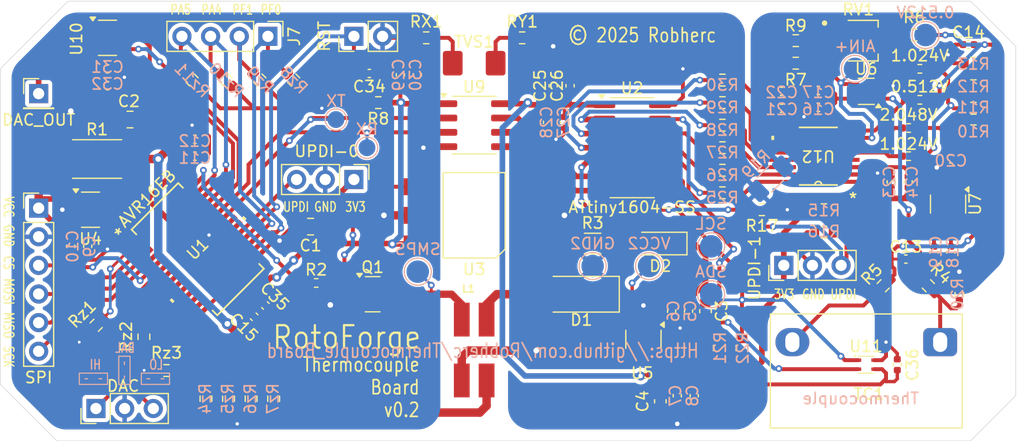
<source format=kicad_pcb>
(kicad_pcb (version 20241229) (generator "pcbnew") (generator_version "9.0")
  (layers (0 "F.Cu" signal) (2 "B.Cu" signal) (13 "F.Paste" user) (15 "B.Paste" user) (5 "F.SilkS" user "F.Silkscreen") (7 "B.SilkS" user "B.Silkscreen") (1 "F.Mask" user) (3 "B.Mask" user) (25 "Edge.Cuts" user))
  (net 0 "")
  (net 1 "3V3-1")
  (net 2 "GND1")
  (net 3 "Net-(C2-Pad1)")
  (net 4 "Net-(D1-K)")
  (net 5 "GND2")
  (net 6 "3V3-ISO")
  (net 7 "VCC")
  (net 8 "GNDA")
  (net 9 "Net-(D1-A)")
  (net 10 "Net-(D2-A)")
  (net 11 "/Output MCU/CS")
  (net 12 "/Output MCU/MOSI")
  (net 13 "/Output MCU/MISO")
  (net 14 "/Output MCU/SCK")
  (net 15 "/Output MCU/DAC-High")
  (net 16 "/Output MCU/DAC-Low")
  (net 17 "/Output MCU/UPDI-0")
  (net 18 "/UPDI")
  (net 19 "/Output MCU/PF0")
  (net 20 "/Output MCU/PF1")
  (net 21 "/Output MCU/PA4")
  (net 22 "/Output MCU/PA5")
  (net 23 "Net-(Q1-D)")
  (net 24 "Net-(Q1-G)")
  (net 25 "150KHz from U1")
  (net 26 "Net-(TC1-+)")
  (net 27 "Net-(TC1--)")
  (net 28 "Net-(U2-PA7)")
  (net 29 "SCL")
  (net 30 "SDA")
  (net 31 "Net-(U2-PA3)")
  (net 32 "Net-(U2-PA1)")
  (net 33 "Net-(U2-PA2)")
  (net 34 "Net-(U2-PA4)")
  (net 35 "Net-(U2-PA5)")
  (net 36 "Net-(U2-PA6)")
  (net 38 "Net-(TVS1-A1)")
  (net 39 "Net-(TVS1-A2)")
  (net 40 "Net-(U1-PC3)")
  (net 41 "Net-(U1-PD2)")
  (net 42 "Net-(U1-PD3)")
  (net 43 "Net-(U1-PD5)")
  (net 44 "Net-(U1-PD6)")
  (net 45 "Net-(U1-PD7)")
  (net 46 "Net-(U1-PD4)")
  (net 47 "ISO-TX")
  (net 48 "ISO-RX")
  (net 49 "Net-(U1-PA2)")
  (net 50 "Net-(U1-PA3)")
  (net 51 "Net-(U2-PB3)")
  (net 52 "Net-(U2-PB2)")
  (net 53 "Net-(U6-+)")
  (net 54 "Net-(C13-Pad2)")
  (net 55 "Net-(U7-OUT)")
  (net 56 "Net-(J3-Pin_1)")
  (net 57 "Net-(J1-Pin_1)")
  (net 58 "Net-(R3-Pad1)")
  (net 59 "Net-(U6--)")
  (net 60 "Net-(R7-Pad1)")
  (net 61 "Net-(U12-AINP)")
  (net 62 "Net-(R9-Pad1)")
  (net 63 "Net-(R10-Pad2)")
  (net 64 "Net-(R11-Pad2)")
  (net 65 "Net-(U12-REFP)")
  (net 66 "Net-(U12-AINN)")
  (net 67 "Net-(U12-SCLK)")
  (net 68 "Net-(U12-DIN)")
  (net 69 "Net-(U12-DOUT{slash}*DRDY)")
  (net 70 "Net-(U12-*DRDY)")
  (net 71 "Net-(U12-*CS)")
  (net 72 "Net-(U12-START)")
  (footprint "Package_SO:SOIC-8_3.9x4.9mm_P1.27mm" (layer "F.Cu") (at 150 89)
    (property "Reference" "U9")
    (property "Value" "ISO1640BDR")
  )
  (footprint "Capacitor_SMD:C_0402_1005Metric" (layer "F.Cu") (at 158.5 85.5 90)
    (property "Reference" "C26")
    (property "Value" "10n")
  )
  (footprint "Resistor_SMD:R_0603_1608Metric" (layer "F.Cu") (at 178.5 83.5)
    (property "Reference" "R7")
    (property "Value" "470k")
  )
  (footprint "Resistor_SMD:R_0603_1608Metric" (layer "F.Cu") (at 131 85 -45)
    (property "Reference" "Rz9")
    (property "Value" "1M")
  )
  (footprint "Capacitor_SMD:C_0402_1005Metric" (layer "F.Cu") (at 140.711 84.412 180)
    (property "Reference" "C34")
    (property "Value" "10n")
  )
  (footprint "custom:DO-214AA" (layer "F.Cu") (at 150 83.5)
    (property "Reference" "TVS1")
    (property "Value" "256V")
  )
  (footprint "Capacitor_SMD:C_0402_1005Metric" (layer "F.Cu") (at 192.25 100.25 -90)
    (property "Reference" "C18")
    (property "Value" "1u")
  )
  (footprint "Capacitor_SMD:C_0402_1005Metric" (layer "F.Cu") (at 114.25 99.75 -90)
    (property "Reference" "C10")
    (property "Value" "10n")
  )
  (footprint "Package_TO_SOT_SMD:SOT-23-6" (layer "F.Cu") (at 117.5 81.25)
    (property "Reference" "U10")
    (property "Value" "MCP4726A0T-E/CH")
  )
  (footprint "Diode_SMD:D_2010_5025Metric_Pad1.52x2.65mm_HandSolder" (layer "F.Cu") (at 159.5 104 180)
    (property "Reference" "D1")
    (property "Value" "D_Schottky")
  )
  (footprint "Package_TO_SOT_SMD:SOT-353_SC-70-5" (layer "F.Cu") (at 184.75 86 180)
    (property "Reference" "U6")
    (property "Value" "TSZ121")
  )
  (footprint "Resistor_SMD:R_0603_1608Metric" (layer "F.Cu") (at 181 96.5)
    (property "Reference" "R15")
    (property "Value" "1M")
  )
  (footprint "Capacitor_SMD:C_0402_1005Metric" (layer "F.Cu") (at 177.25 86)
    (property "Reference" "C22")
    (property "Value" "10n")
  )
  (footprint "Package_SO:SSOP28_SS_MCH" (layer "F.Cu") (at 125.5 100 45)
    (property "Reference" "U1")
    (property "Value" "AVR16EB")
  )
  (footprint "custom:0703" (layer "F.Cu") (at 150 109)
    (property "Reference" "L1")
    (property "Value" "SRF0703-6R8M")
    (property "VALUE" "22uH" (hide yes))
  )
  (footprint "Resistor_SMD:R_0603_1608Metric" (layer "F.Cu") (at 171.73 108.77 90)
    (property "Reference" "R21")
    (property "Value" "10K")
  )
  (footprint "Resistor_SMD:R_0603_1608Metric" (layer "F.Cu") (at 186.25 103.25 45)
    (property "Reference" "R5")
    (property "Value" "1k")
  )
  (footprint "Resistor_SMD:R_0603_1608Metric" (layer "F.Cu") (at 178.5 81.5 180)
    (property "Reference" "R9")
    (property "Value" "47k")
  )
  (footprint "Resistor_SMD:R_0603_1608Metric" (layer "F.Cu") (at 126.23 113.27 -90)
    (property "Reference" "Rz4")
    (property "Value" "1M")
  )
  (footprint "Capacitor_SMD:C_0402_1005Metric" (layer "F.Cu") (at 130.5 106 -45)
    (property "Reference" "C15")
    (property "Value" "1u")
  )
  (footprint "Resistor_SMD:R_0603_1608Metric" (layer "F.Cu") (at 172 95 180)
    (property "Reference" "R25")
    (property "Value" "47R")
  )
  (footprint "Capacitor_SMD:C_0805_2012Metric_Pad1.18x1.45mm_HandSolder" (layer "F.Cu") (at 135.5 98 180)
    (property "Reference" "C1")
    (property "Value" "10u")
  )
  (footprint "Resistor_SMD:R_0603_1608Metric" (layer "F.Cu") (at 125 85 -45)
    (property "Reference" "Rz11")
    (property "Value" "1M")
  )
  (footprint "Resistor_SMD:R_0603_1608Metric" (layer "F.Cu") (at 172 89 180)
    (property "Reference" "R28")
    (property "Value" "47R")
  )
  (footprint "custom:TypeKSocket" (layer "F.Cu") (at 184.75 108.25)
    (property "Reference" "TC1")
    (property "Value" "Thermocouple")
  )
  (footprint "Resistor_SMD:R_0603_1608Metric" (layer "F.Cu") (at 141.5 87 180)
    (property "Reference" "R8")
    (property "Value" "47k")
  )
  (footprint "Capacitor_SMD:C_0402_1005Metric" (layer "F.Cu") (at 192.25 92 180)
    (property "Reference" "C20")
    (property "Value" "1u")
  )
  (footprint "Capacitor_SMD:C_0402_1005Metric" (layer "F.Cu") (at 117.5 85.5)
    (property "Reference" "C32")
    (property "Value" "0u1")
  )
  (footprint "Capacitor_SMD:C_0402_1005Metric" (layer "F.Cu") (at 187.5 110.25 90)
    (property "Reference" "C36")
    (property "Value" "0u1")
  )
  (footprint "Resistor_SMD:R_0603_1608Metric" (layer "F.Cu") (at 181 98.5 180)
    (property "Reference" "R16")
    (property "Value" "1M")
  )
  (footprint "Capacitor_SMD:C_0603_1608Metric" (layer "F.Cu") (at 166.5 113.5 -90)
    (property "Reference" "C4")
    (property "Value" "2u2")
  )
  (footprint "Capacitor_SMD:C_0603_1608Metric" (layer "F.Cu") (at 170.5 105.5 -90)
    (property "Reference" "C3")
    (property "Value" "2u2")
  )
  (footprint "Capacitor_SMD:C_0402_1005Metric" (layer "F.Cu") (at 186.96 94.04 90)
    (property "Reference" "C23")
    (property "Value" "1u")
  )
  (footprint "Resistor_SMD:R_0603_1608Metric" (layer "F.Cu") (at 194.25 87.5 180)
    (property "Reference" "R11")
    (property "Value" "1k")
  )
  (footprint "Resistor_SMD:R_0603_1608Metric" (layer "F.Cu") (at 172 85 180)
    (property "Reference" "R30")
    (property "Value" "47R")
  )
  (footprint "Capacitor_SMD:C_0402_1005Metric" (layer "F.Cu") (at 168 113 90)
    (property "Reference" "C7")
    (property "Value" "1u")
  )
  (footprint "Resistor_SMD:R_0603_1608Metric" (layer "F.Cu") (at 189 81 180)
    (property "Reference" "R6")
    (property "Value" "22k")
  )
  (footprint "Capacitor_SMD:C_0402_1005Metric" (layer "F.Cu") (at 131.5 105 -45)
    (property "Reference" "C35")
    (property "Value" "0u1")
  )
  (footprint "Package_SO:SOIC-14_3.9x8.7mm_P1.27mm" (layer "F.Cu") (at 164 91)
    (property "Reference" "U2")
    (property "Value" "ATtiny1604-SS")
  )
  (footprint "Resistor_SMD:R_0402_1005Metric_Pad0.72x0.64mm_HandSolder" (layer "F.Cu") (at 189.5 84 180)
    (property "Reference" "R23" (hide yes))
    (property "Value" "1.024V")
  )
  (footprint "custom:STS4X" (layer "F.Cu") (at 184.75 110.25)
    (property "Reference" "U11")
    (property "Value" "STS40-CD1B")
  )
  (footprint "custom:H11L1-4" (layer "F.Cu") (at 150 97 90)
    (property "Reference" "U3")
    (property "Value" "H11L1")
  )
  (footprint "Resistor_SMD:R_0603_1608Metric" (layer "F.Cu") (at 194.25 89.5)
    (property "Reference" "R10")
    (property "Value" "1k")
  )
  (footprint "Resistor_SMD:R_0603_1608Metric" (layer "F.Cu") (at 154.25 81.25)
    (property "Reference" "RY1")
    (property "Value" "1M")
  )
  (footprint "Resistor_SMD:R_0603_1608Metric" (layer "F.Cu") (at 128 85 -45)
    (property "Reference" "Rz10")
    (property "Value" "1M")
  )
  (footprint "Capacitor_SMD:C_0402_1005Metric" (layer "F.Cu") (at 158 88.75 -90)
    (property "Reference" "C27")
    (property "Value" "1u")
  )
  (footprint "Resistor_SMD:R_0603_1608Metric" (layer "F.Cu") (at 116.5 106.75 -135)
    (property "Reference" "Rz1")
    (property "Value" "1M")
  )
  (footprint "Connector_PinHeader_2.54mm:PinHeader_1x03_P2.54mm_Vertical" (layer "F.Cu") (at 139.34 93.82 -90)
    (property "Reference" "J5" (hide yes))
    (property "Value" "UPDI-0")
  )
  (footprint "Resistor_SMD:R_0603_1608Metric" (layer "F.Cu") (at 172 93 180)
    (property "Reference" "R26")
    (property "Value" "47R")
  )
  (footprint "Resistor_SMD:R_0603_1608Metric" (layer "F.Cu") (at 175.5 96.5 180)
    (property "Reference" "R17")
    (property "Value" "22k")
  )
  (footprint "Capacitor_SMD:C_0402_1005Metric" (layer "F.Cu") (at 167.5 105.5 -90)
    (property "Reference" "C6")
    (property "Value" "10n")
  )
  (footprint "Package_TO_SOT_SMD:SOT-23-5" (layer "F.Cu") (at 165 108 -90)
    (property "Reference" "U5")
    (property "Value" "AP2112K-3.3")
  )
  (footprint "Capacitor_SMD:C_0402_1005Metric" (layer "F.Cu") (at 188.261 100.882 180)
    (property "Reference" "C13")
    (property "Value" "0u1")
  )
  (footprint "Package_TO_SOT_SMD:SOT-23" (layer "F.Cu") (at 141 104)
    (property "Reference" "Q1")
    (property "Value" "DMN2310U")
  )
  (footprint "Capacitor_SMD:C_0805_2012Metric_Pad1.18x1.45mm_HandSolder" (layer "F.Cu") (at 119.5 88.5 180)
    (property "Reference" "C2")
    (property "Value" "10u")
  )
  (footprint "Resistor_SMD:R_0402_1005Metric_Pad0.72x0.64mm_HandSolder" (layer "F.Cu") (at 188.5 91.75)
    (property "Reference" "R18" (hide yes))
    (property "Value" "1.024V")
  )
  (footprint "Resistor_SMD:R_0603_1608Metric" (layer "F.Cu") (at 122.73 110.77 180)
    (property "Reference" "Rz3")
    (property "Value" "1M")
  )
  (footprint "Capacitor_SMD:C_0402_1005Metric" (layer "F.Cu") (at 190.75 100.25 -90)
    (property "Reference" "C19")
    (property "Value" "10n")
  )
  (footprint "Capacitor_SMD:C_0402_1005Metric" (layer "F.Cu") (at 169.5 113 90)
    (property "Reference" "C8")
    (property "Value" "10n")
  )
  (footprint "Resistor_SMD:R_2512_6332Metric" (layer "F.Cu") (at 116.581 92.002)
    (property "Reference" "R1")
    (property "Value" "4R7")
  )
  (footprint "Resistor_SMD:R_0603_1608Metric" (layer "F.Cu") (at 194.25 83.5)
    (property "Reference" "R13")
    (property "Value" "1k")
  )
  (footprint "Diode_SMD:D_SOD-123" (layer "F.Cu") (at 166.5 99.5 180)
    (property "Reference" "D2")
    (property "Value" "D_Zener_3v0")
  )
  (footprint "Capacitor_SMD:C_0402_1005Metric" (layer "F.Cu") (at 180.5 87.42 180)
    (property "Reference" "C16")
    (property "Value" "1u")
  )
  (footprint "Capacitor_SMD:C_0402_1005Metric" (layer "F.Cu") (at 125.25 90.25 180)
    (property "Reference" "C12")
    (property "Value" "10n")
  )
  (footprint "Package_TO_SOT_SMD:SOT-23-5" (layer "F.Cu") (at 116 96.5)
    (property "Reference" "U4")
    (property "Value" "AP2112K-3.3")
  )
  (footprint "Capacitor_SMD:C_0402_1005Metric" (layer "F.Cu") (at 115.75 99.75 -90)
    (property "Reference" "C9")
    (property "Value" "1u")
  )
  (footprint "Resistor_SMD:R_0603_1608Metric" (layer "F.Cu") (at 172 87 180)
    (property "Reference" "R29")
    (property "Value" "47R")
  )
  (footprint "Resistor_SMD:R_0402_1005Metric_Pad0.72x0.64mm_HandSolder" (layer "F.Cu") (at 189.5 86.75 180)
    (property "Reference" "R24" (hide yes))
    (property "Value" "0.512V")
  )
  (footprint "Resistor_SMD:R_0402_1005Metric" (layer "F.Cu") (at 136 103)
    (property "Reference" "R2")
    (property "Value" "470")
  )
  (footprint "Connector_PinHeader_2.54mm:PinHeader_1x04_P2.54mm_Vertical" (layer "F.Cu") (at 131.72 81.12 -90)
    (property "Reference" "J7")
    (property "Value" "EXP")
  )
  (footprint "Capacitor_SMD:C_0402_1005Metric" (layer "F.Cu") (at 117.5 84)
    (property "Reference" "C31")
    (property "Value" "1u")
  )
  (footprint "Connector_PinHeader_2.54mm:PinHeader_1x02_P2.54mm_Vertical" (layer "F.Cu") (at 139.34 81.12 90)
    (property "Reference" "J3" (hide yes))
    (property "Value" "RST")
  )
  (footprint "Resistor_SMD:R_0603_1608Metric" (layer "F.Cu") (at 145.75 81.25)
    (property "Reference" "RX1")
    (property "Value" "1M")
  )
  (footprint "Capacitor_SMD:C_0402_1005Metric" (layer "F.Cu") (at 193.811 81.852 180)
    (property "Reference" "C14")
    (property "Value" "1u")
  )
  (footprint "Resistor_SMD:R_1206_3216Metric" (layer "F.Cu") (at 160.5 99.5)
    (property "Reference" "R3")
    (property "Value" "10")
  )
  (footprint "Resistor_SMD:R_0603_1608Metric" (layer "F.Cu") (at 132.23 113.27 -90)
    (property "Reference" "Rz7")
    (property "Value" "1M")
  )
  (footprint "Capacitor_SMD:C_0402_1005Metric" (layer "F.Cu") (at 177.25 87.5)
    (property "Reference" "C21")
    (property "Value" "1u")
  )
  (footprint "Resistor_SMD:R_0603_1608Metric" (layer "F.Cu") (at 120.73 107.77 -90)
    (property "Reference" "Rz2")
    (property "Value" "1M")
  )
  (footprint "Resistor_SMD:R_0603_1608Metric" (layer "F.Cu") (at 172 91 180)
    (property "Reference" "R27")
    (property "Value" "47R")
  )
  (footprint "Connector_PinHeader_2.54mm:PinHeader_1x06_P2.54mm_Vertical" (layer "F.Cu") (at 111.4 96.36)
    (property "Reference" "J2" (hide yes))
    (property "Value" "SPI")
  )
  (footprint "Resistor_SMD:R_0402_1005Metric_Pad0.72x0.64mm_HandSolder" (layer "F.Cu") (at 188.5 89.25 180)
    (property "Reference" "R14" (hide yes))
    (property "Value" "2.048V")
  )
  (footprint "Resistor_SMD:R_0603_1608Metric" (layer "F.Cu") (at 190.25 103.25 135)
    (property "Reference" "R4")
    (property "Value" "1k")
  )
  (footprint "Capacitor_SMD:C_0402_1005Metric" (layer "F.Cu") (at 157 85.5 90)
    (property "Reference" "C25")
    (property "Value" "1u")
  )
  (footprint "Connector_PinHeader_2.54mm:PinHeader_1x03_P2.54mm_Vertical" (layer "F.Cu") (at 177.44 101.44 90)
    (property "Reference" "J6" (hide yes))
    (property "Value" "UPDI-1")
  )
  (footprint "Connector_PinHeader_2.54mm:PinHeader_1x01_P2.54mm_Vertical" (layer "F.Cu") (at 111.4 86.2)
    (property "Reference" "J1" (hide yes))
    (property "Value" "DAC_OUT")
  )
  (footprint "Package_TO_SOT_SMD:SOT-23-6" (layer "F.Cu") (at 192 96 -90)
    (property "Reference" "U7")
    (property "Value" "MCP1501T-20E")
  )
  (footprint "Capacitor_SMD:C_0402_1005Metric" (layer "F.Cu") (at 169 105.5 -90)
    (property "Reference" "C5")
    (property "Value" "1u")
  )
  (footprint "Connector_PinHeader_2.54mm:PinHeader_1x03_P2.54mm_Vertical" (layer "F.Cu") (at 116.48 114.14 90)
    (property "Reference" "J4" (hide yes))
    (property "Value" "DAC")
  )
  (footprint "Capacitor_SMD:C_0402_1005Metric" (layer "F.Cu") (at 188.46 94.04 90)
    (property "Reference" "C24")
    (property "Value" "10n")
  )
  (footprint "Resistor_SMD:R_0603_1608Metric" (layer "F.Cu") (at 134 85 -45)
    (property "Reference" "Rz8")
    (property "Value" "1M")
  )
  (footprint "Capacitor_SMD:C_0402_1005Metric" (layer "F.Cu") (at 125.25 91.75 180)
    (property "Reference" "C11")
    (property "Value" "1u")
  )
  (footprint "Resistor_SMD:R_0603_1608Metric" (layer "F.Cu") (at 173.73 108.77 90)
    (property "Reference" "R22")
    (property "Value" "10K")
  )
  (footprint "custom:TRIM_TC33X-2-203E" (layer "F.Cu") (at 184 81.5)
    (property "Reference" "RV1")
    (property "Value" "Trim-Pot_20k")
  )
  (footprint "Capacitor_SMD:C_0402_1005Metric" (layer "F.Cu") (at 180.5 85.92 180)
    (property "Reference" "C17")
    (property "Value" "10n")
  )
  (footprint "Resistor_SMD:R_0402_1005Metric" (layer "F.Cu") (at 193 104 90)
    (property "Reference" "R20")
    (property "Value" "10M")
  )
  (footprint "Resistor_SMD:R_0603_1608Metric" (layer "F.Cu") (at 128.23 113.27 -90)
    (property "Reference" "Rz5")
    (property "Value" "1M")
  )
  (footprint "Package_SO:PW16" (layer "F.Cu") (at 180.5 91.75 180)
    (property "Reference" "U12")
    (property "Value" "ADS1246IPWR")
  )
  (footprint "Capacitor_SMD:C_0402_1005Metric" (layer "F.Cu") (at 144.96 84.54 90)
    (property "Reference" "C30")
    (property "Value" "10n")
  )
  (footprint "Capacitor_SMD:C_0402_1005Metric" (layer "F.Cu") (at 156.5 88.75 -90)
    (property "Reference" "C28")
    (property "Value" "10n")
  )
  (footprint "Resistor_SMD:R_0603_1608Metric" (layer "F.Cu") (at 130.23 113.27 -90)
    (property "Reference" "Rz6")
    (property "Value" "1M")
  )
  (footprint "Capacitor_SMD:C_0402_1005Metric" (layer "F.Cu") (at 143.46 84.54 90)
    (property "Reference" "C29")
    (property "Value" "1u")
  )
  (footprint "Resistor_SMD:R_0603_1608Metric" (layer "F.Cu") (at 194.25 85.5)
    (property "Reference" "R12")
    (property "Value" "1k")
  )
  (footprint "Resistor_SMD:R_1206_3216Metric_Pad1.30x1.75mm_HandSolder" (layer "B.Cu") (at 176.271 93.752 -135)
    (property "Reference" "R19")
    (property "Value" "0R")
  )
  (footprint "TestPoint:TestPoint_Pad_D1.5mm" (layer "B.Cu") (at 140.5 91 180)
    (property "Reference" "RX")
    (property "Value" "TestPoint_Pad_D1.5mm")
  )
  (footprint "TestPoint:TestPoint_Pad_D2.0mm" (layer "B.Cu") (at 183.75 84 180)
    (property "Reference" "AIN+")
    (property "Value" "TestPoint_Pad_D2.0mm")
  )
  (footprint "TestPoint:TestPoint_Pad_D2.0mm" (layer "B.Cu") (at 171 104 180)
    (property "Reference" "SDA")
    (property "Value" "TestPoint_Pad_D2.0mm")
  )
  (footprint "TestPoint:TestPoint_Pad_D2.0mm" (layer "B.Cu") (at 145 102 180)
    (property "Reference" "SMPS")
    (property "Value" "TestPoint_Pad_D2.0mm")
  )
  (footprint "TestPoint:TestPoint_Pad_D2.0mm" (layer "B.Cu") (at 165.5 101.5 180)
    (property "Reference" "VCC2")
    (property "Value" "TestPoint_Pad_D2.0mm")
  )
  (footprint "TestPoint:TestPoint_Pad_D2.0mm" (layer "B.Cu") (at 171 99.75 180)
    (property "Reference" "SCL")
    (property "Value" "TestPoint_Pad_D2.0mm")
  )
  (footprint "TestPoint:TestPoint_Pad_D2.0mm" (layer "B.Cu") (at 160.5 101.5 180)
    (property "Reference" "GND2")
    (property "Value" "TestPoint_Pad_D2.0mm")
  )
  (footprint "TestPoint:TestPoint_Pad_D1.5mm" (layer "B.Cu") (at 137.75 88.5 180)
    (property "Reference" "TX")
    (property "Value" "TestPoint_Pad_D1.5mm")
  )
  (footprint "TestPoint:TestPoint_Pad_D2.0mm" (layer "B.Cu") (at 190 81 180)
    (property "Reference" "0.512V")
    (property "Value" "TestPoint_Pad_D2.0mm")
  )
  (gr_rect (start 115 111) (end 117.5 112) (stroke (width 0.1)) (fill no) (layer "B.SilkS"))
  (gr_line (start 122.5 111.5) (end 122.25 111.5) (stroke (width 0.1)) (layer "B.SilkS"))
  (gr_line (start 115.5 111.5) (end 115.75 111.5) (stroke (width 0.1)) (layer "B.SilkS"))
  (gr_line (start 119 110) (end 119 110.25) (stroke (width 0.1)) (layer "B.SilkS"))
  (gr_rect (start 118.5 109.5) (end 119.5 112) (stroke (width 0.1)) (fill no) (layer "B.SilkS"))
  (gr_line (start 121 111.5) (end 121.25 111.5) (stroke (width 0.1)) (layer "B.SilkS"))
  (gr_line (start 117 111.5) (end 116.75 111.5) (stroke (width 0.1)) (layer "B.SilkS"))
  (gr_line (start 119 111.5) (end 119 111.25) (stroke (width 0.1)) (layer "B.SilkS"))
  (gr_rect (start 120.5 111) (end 123 112) (stroke (width 0.1)) (fill no) (layer "B.SilkS"))
  (gr_line (start 113 117) (end 108 112) (stroke (width 0.05)) (layer "Edge.Cuts"))
  (gr_line (start 198 82) (end 198 113) (stroke (width 0.05)) (layer "Edge.Cuts"))
  (gr_line (start 198 113) (end 194 117) (stroke (width 0.05)) (layer "Edge.Cuts"))
  (gr_line (start 108 84) (end 114 78) (stroke (width 0.05)) (layer "Edge.Cuts"))
  (gr_line (start 194 117) (end 113 117) (stroke (width 0.05)) (layer "Edge.Cuts"))
  (gr_line (start 108 112) (end 108 84) (stroke (width 0.05)) (layer "Edge.Cuts"))
  (gr_line (start 114 78) (end 194 78) (stroke (width 0.05)) (layer "Edge.Cuts"))
  (gr_line (start 194 78) (end 198 82) (stroke (width 0.05)) (layer "Edge.Cuts"))
  (gr_text "PF1" (at 128.5 79.25 0) (layer "F.SilkS") (effects (font (size 0.85 0.65) (thickness 0.12) (bold yes)) (justify left bottom)))
  (gr_text "MISO" (at 108.25 105.5 270) (layer "F.SilkS") (effects (font (size 0.85 0.65) (thickness 0.12) (bold yes)) (justify left bottom)))
  (gr_text "MOSI" (at 108.25 102.5 270) (layer "F.SilkS") (effects (font (size 0.85 0.65) (thickness 0.12) (bold yes)) (justify left bottom)))
  (gr_text "UPDI" (at 133 96.75 0) (layer "F.SilkS") (effects (font (size 0.85 0.65) (thickness 0.12) (bold yes)) (justify left bottom)))
  (gr_text "GND" (at 108.25 97.75 270) (layer "F.SilkS") (effects (font (size 0.85 0.65) (thickness 0.12) (bold yes)) (justify left bottom)))
  (gr_text "3V3" (at 176.5 104.5 0) (layer "F.SilkS") (effects (font (size 0.85 0.65) (thickness 0.12) (bold yes)) (justify left bottom)))
  (gr_text "GND" (at 135.75 96.75 0) (layer "F.SilkS") (effects (font (size 0.85 0.65) (thickness 0.12) (bold yes)) (justify left bottom)))
  (gr_text "3V3" (at 138.5 96.75 0) (layer "F.SilkS") (effects (font (size 0.85 0.65) (thickness 0.12) (bold yes)) (justify left bottom)))
  (gr_text "PF0" (at 131 79.25 0) (layer "F.SilkS") (effects (font (size 0.85 0.65) (thickness 0.12) (bold yes)) (justify left bottom)))
  (gr_text "UPDI" (at 181.5 104.5 0) (layer "F.SilkS") (effects (font (size 0.85 0.65) (thickness 0.12) (bold yes)) (justify left bottom)))
  (gr_text "Thermocouple\nBoard\nv0.2" (at 145.25 115 0) (layer "F.SilkS") (effects (font (size 1.25 1)) (justify right bottom)))
  (gr_text "VCC" (at 108.25 95.25 270) (layer "F.SilkS") (effects (font (size 0.85 0.65) (thickness 0.12)) (justify left bottom)))
  (gr_text "SCK" (at 108.25 108.5 270) (layer "F.SilkS") (effects (font (size 0.85 0.65) (thickness 0.12) (bold yes)) (justify left bottom)))
  (gr_text "PA4" (at 125.75 79.25 0) (layer "F.SilkS") (effects (font (size 0.85 0.65) (thickness 0.12) (bold yes)) (justify left bottom)))
  (gr_text "PA5" (at 123 79.25 0) (layer "F.SilkS") (effects (font (size 0.85 0.65) (thickness 0.12) (bold yes)) (justify left bottom)))
  (gr_text "CS" (at 108.25 100.5 270) (layer "F.SilkS") (effects (font (size 0.85 0.65) (thickness 0.12) (bold yes)) (justify left bottom)))
  (gr_text "© 2025 Robherc" (at 158.25 81.75 0) (layer "F.SilkS") (effects (font (size 1.25 1)) (justify left bottom)))
  (gr_text "GND" (at 179 104.5 0) (layer "F.SilkS") (effects (font (size 0.85 0.65) (thickness 0.12) (bold yes)) (justify left bottom)))
  (gr_text "RotoForge" (at 132 109 0) (layer "F.SilkS") (effects (font (size 2 1.75) (thickness 0.2)) (justify left bottom)))
  (gr_text "Https://github.com/Robherc/Thermocouple_Board" (at 170 109.75 0) (layer "B.SilkS") (effects (font (size 1.25 1)) (justify left bottom mirror)))
  (gr_text "LO" (at 122.5 110.75 0) (layer "B.SilkS") (effects (font (size 0.85 0.65) (thickness 0.12) (bold yes)) (justify left bottom mirror)))
  (gr_text "BAL" (at 120 109.25 0) (layer "B.SilkS") (effects (font (size 0.85 0.65) (thickness 0.12) (bold yes)) (justify left bottom mirror)))
  (gr_text "HI" (at 117 110.75 0) (layer "B.SilkS") (effects (font (size 0.85 0.65) (thickness 0.12) (bold yes)) (justify left bottom mirror)))
  (segment (start 143.595 87.095) (end 145 87.095) (width 0.5) (layer "F.Cu") (net 1))
  (segment (start 138.25 98.75) (end 138.25 94.91) (width 0.5) (layer "F.Cu") (net 1))
  (segment (start 134 101) (end 135.5 99.5) (width 0.5) (layer "F.Cu") (net 1))
  (segment (start 131.160589 104.660589) (end 130.5 104) (width 0.35) (layer "F.Cu") (net 1))
  (segment (start 144.96 87.055) (end 145 87.095) (width 0.35) (layer "F.Cu") (net 1))
  (segment (start 124 90.5) (end 124 88.951992) (width 0.5) (layer "F.Cu") (net 1))
  (segment (start 144.96 85.02) (end 144.96 87.055) (width 0.35) (layer "F.Cu") (net 1))
  (segment (start 128.757768 98.121061) (end 126.189414 100.689415) (width 0.35) (layer "F.Cu") (net 1))
  (segment (start 117.02 85.5) (end 114.95 85.5) (width 0.35) (layer "F.Cu") (net 1))
  (segment (start 124.77 90.25) (end 124.25 90.25) (width 0.35) (layer "F.Cu") (net 1))
  (segment (start 137.5 99.5) (end 138.25 99.5) (width 0.5) (layer "F.Cu") (net 1))
  (segment (start 136.5375 98) (end 137.5 98) (width 0.5) (layer "F.Cu") (net 1))
  (segment (start 130.5 104) (end 129.5 104) (width 0.5) (layer "F.Cu") (net 1))
  (segment (start 138.25 94.91) (end 139.34 93.82) (width 0.5) (layer "F.Cu") (net 1))
  (segment (start 125.919109 105.555815) (end 125.919109 105.580891) (width 0.35) (layer "F.Cu") (net 1))
  (segment (start 138.25 99.5) (end 142.71 99.5) (width 0.5) (layer "F.Cu") (net 1))
  (segment (start 130.160589 105.660589) (end 129.5 105) (width 0.35) (layer "F.Cu") (net 1))
  (segment (start 117.1375 95.55) (end 121.05 95.55) (width 0.5) (layer "F.Cu") (net 1))
  (segment (start 117.5 80.5) (end 117.7 80.3) (width 0.25) (layer "F.Cu") (net 1))
  (segment (start 115.5 87) (end 114.95 86.45) (width 0.5) (layer "F.Cu") (net 1))
  (segment (start 117.7 80.3) (end 118.6375 80.3) (width 0.25) (layer "F.Cu") (net 1))
  (segment (start 121.05 95.55) (end 126 100.5) (width 0.5) (layer "F.Cu") (net 1))
  (segment (start 143.46 85.02) (end 143.46 86.96) (width 0.35) (layer "F.Cu") (net 1))
  (segment (start 122.048008 87) (end 115.5 87) (width 0.5) (layer "F.Cu") (net 1))
  (segment (start 114.95 86.45) (end 114.95 85.5) (width 0.5) (layer "F.Cu") (net 1))
  (segment (start 127 101.5) (end 129.5 104) (width 0.5) (layer "F.Cu") (net 1))
  (segment (start 117.3 82.2) (end 117.5 82) (width 0.25) (layer "F.Cu") (net 1))
  (segment (start 138.25 98.75) (end 138.25 99.5) (width 0.5) (layer "F.Cu") (net 1))
  (segment (start 143.5 87) (end 142.325 87) (width 0.5) (layer "F.Cu") (net 1))
  (segment (start 132 102.5) (end 132.5 102.5) (width 0.5) (layer "F.Cu") (net 1))
  (segment (start 135.5 99.5) (end 137.5 99.5) (width 0.5) (layer "F.Cu") (net 1))
  (segment (start 117.02 84) (end 114.95 84) (width 0.35) (layer "F.Cu") (net 1))
  (segment (start 145.25 99.54) (end 142.75 99.54) (width 0.5) (layer "F.Cu") (net 1))
  (segment (start 116.3625 82.2) (end 117.3 82.2) (width 0.25) (layer "F.Cu") (net 1))
  (segment (start 124 88.951992) (end 122.048008 87) (width 0.5) (layer "F.Cu") (net 1))
  (segment (start 124 92) (end 124 90.5) (width 0.5) (layer "F.Cu") (net 1))
  (segment (start 137.5 98) (end 138.25 98.75) (width 0.5) (layer "F.Cu") (net 1))
  (segment (start 124.25 91.75) (end 124 92) (width 0.35) (layer "F.Cu") (net 1))
  (segment (start 125.919109 105.555815) (end 128.487462 102.987462) (width 0.35) (layer "F.Cu") (net 1))
  (segment (start 115.3 82.2) (end 116.3625 82.2) (width 0.5) (layer "F.Cu") (net 1))
  (segment (start 142.71 99.5) (end 142.75 99.54) (width 0.5) (layer "F.Cu") (net 1))
  (segment (start 114.95 85.5) (end 114.95 84) (width 0.5) (layer "F.Cu") (net 1))
  (segment (start 124.25 90.25) (end 124 90.5) (width 0.35) (layer "F.Cu") (net 1))
  (segment (start 124.77 91.75) (end 124.25 91.75) (width 0.35) (layer "F.Cu") (net 1))
  (segment (start 143.5 87) (end 143.595 87.095) (width 0.5) (layer "F.Cu") (net 1))
  (segment (start 121.05 95.55) (end 124 92.6) (width 0.5) (layer "F.Cu") (net 1))
  (segment (start 126 100.5) (end 127 101.5) (width 0.5) (layer "F.Cu") (net 1))
  (segment (start 130.5 104) (end 132 102.5) (width 0.5) (layer "F.Cu") (net 1))
  (segment (start 143.46 86.96) (end 143.5 87) (width 0.35) (layer "F.Cu") (net 1))
  (segment (start 114.95 82.55) (end 115.3 82.2) (width 0.5) (layer "F.Cu") (net 1))
  (segment (start 124 92.6) (end 124 92) (width 0.5) (layer "F.Cu") (net 1))
  (segment (start 117.5 82) (end 117.5 80.5) (width 0.25) (layer "F.Cu") (net 1))
  (segment (start 147.525 87.095) (end 145 87.095) (width 0.5) (layer "F.Cu") (net 1))
  (segment (start 129.5 105) (end 129.5 104) (width 0.35) (layer "F.Cu") (net 1))
  (segment (start 114.95 84) (end 114.95 82.55) (width 0.5) (layer "F.Cu") (net 1))
  (via (at 132.5 102.5) (size 0.8) (drill 0.4) (layers "F.Cu" "B.Cu") (net 1))
  (via (at 134 101) (size 0.8) (drill 0.4) (layers "F.Cu" "B.Cu") (net 1))
  (via (at 143.5 87) (size 0.8) (drill 0.4) (layers "F.Cu" "B.Cu") (net 1))
  (via (at 142.75 99.54) (size 0.8) (drill 0.4) (layers "F.Cu" "B.Cu") (net 1))
  (segment (start 142.75 99.54) (end 143.5 98.79) (width 0.5) (layer "B.Cu") (net 1))
  (segment (start 143.5 98.79) (end 143.5 87) (width 0.5) (layer "B.Cu") (net 1))
  (segment (start 132.5 102.5) (end 134 101) (width 0.5) (layer "B.Cu") (net 1))
  (segment (start 119 84.75) (end 119 85) (width 0.35) (layer "F.Cu") (net 2))
  (segment (start 115 88.5) (end 114.25 87.75) (width 0.75) (layer "F.Cu") (net 2))
  (segment (start 114.5 100.94) (end 116 100.94) (width 0.35) (layer "F.Cu") (net 2))
  (segment (start 117.1375 97.45) (end 116.45 97.45) (width 0.2) (layer "F.Cu") (net 2))
  (segment (start 144.96 83.46) (end 144.75 83.25) (width 0.35) (layer "F.Cu") (net 2))
  (segment (start 115.75 100.69) (end 116 100.94) (width 0.35) (layer "F.Cu") (net 2))
  (segment (start 131.055815 100.419109) (end 131.080891 100.419109) (width 0.35) (layer "F.Cu") (net 2))
  (segment (start 131.25 106.75) (end 130.839411 106.339411) (width 0.35) (layer "F.Cu") (net 2))
  (segment (start 120.73 110.73) (end 120.73 108.595) (width 0.25) (layer "F.Cu") (net 2))
  (segment (start 126.23 114.095) (end 126.23 114.73) (width 0.25) (layer "F.Cu") (net 2))
  (segment (start 134.583363 85.583363) (end 136.5 87.5) (width 0.35) (layer "F.Cu") (net 2))
  (segment (start 144.925 81.25) (end 142.01 81.25) (width 0.35) (layer "F.Cu") (net 2))
  (segment (start 127 115.5) (end 128.5 115.5) (width 0.25) (layer "F.Cu") (net 2))
  (segment (start 126.5 91.5) (end 126.5 90) (width 0.35) (layer "F.Cu") (net 2))
  (segment (start 128.298158 97.661452) (end 127.20961 98.75) (width 0.35) (layer "F.Cu") (net 2))
  (segment (start 119 84.5) (end 119 84.75) (width 0.35) (layer "F.Cu") (net 2))
  (segment (start 126.23 114.73) (end 127 115.5) (width 0.25) (layer "F.Cu") (net 2))
  (segment (start 141.191 84.412) (end 141.588 84.412) (width 0.35) (layer "F.Cu") (net 2))
  (segment (start 128.23 115.23) (end 128.5 115.5) (width 0.25) (layer "F.Cu") (net 2))
  (segment (start 126.25 91.75) (end 126.5 91.5) (width 0.35) (layer "F.Cu") (net 2))
  (segment (start 141.88 84.12) (end 141.88 83) (width 0.35) (layer "F.Cu") (net 2))
  (segment (start 114.8625 96.5) (end 113.5 96.5) (width 0.5) (layer "F.Cu") (net 2))
  (segment (start 114.25 100.69) (end 114.5 100.94) (width 0.35) (layer "F.Cu") (net 2))
  (segment (start 142.13 83.25) (end 141.88 83) (width 0.35) (layer "F.Cu") (net 2))
  (segment (start 116 100.94) (end 116.5 100.94) (width 0.35) (layer "F.Cu") (net 2))
  (segment (start 131.75 106.75) (end 131.25 106.75) (width 0.35) (layer "F.Cu") (net 2))
  (segment (start 119 85) (end 118.5 85.5) (width 0.35) (layer "F.Cu") (net 2))
  (segment (start 131.080891 100.419109) (end 132.25 99.25) (width 0.35) (layer "F.Cu") (net 2))
  (segment (start 144.96 84.06) (end 144.96 83.46) (width 0.35) (layer "F.Cu") (net 2))
  (segment (start 116.5 100.94) (end 116.56 100.94) (width 0.35) (layer "F.Cu") (net 2))
  (segment (start 115.5 96.5) (end 114.8625 96.5) (width 0.2) (layer "F.Cu") (net 2))
  (segment (start 143.46 83.46) (end 143.25 83.25) (width 0.35) (layer "F.Cu") (net 2))
  (segment (start 114 82.5) (end 114 82) (width 0.75) (layer "F.Cu") (net 2))
  (segment (start 131.583363 85.583363) (end 133.5 87.5) (width 0.35) (layer "F.Cu") (net 2))
  (segment (start 141.88 83) (end 141.88 81.12) (width 0.35) (layer "F.Cu") (net 2))
  (segment (start 130.5 87.5) (end 133.5 87.5) (width 0.35) (layer "F.Cu") (net 2))
  (segment (start 120.77 110.77) (end 121.905 110.77) (width 0.25) (layer "F.Cu") (net 2))
  (segment (start 127.5 87.5) (end 130.5 87.5) (width 0.35) (layer "F.Cu") (net 2))
  (segment (start 118.5 84) (end 119 84.5) (width 0.35) (layer "F.Cu") (net 2))
  (segment (start 130 115.5) (end 129 115.5) (width 0.25) (layer "F.Cu") (net 2))
  (segment (start 142.01 81.25) (end 141.88 81.12) (width 0.35) (layer "F.Cu") (net 2))
  (segment (start 132.5 106) (end 131.839411 105.339411) (width 0.35) (layer "F.Cu") (net 2))
  (segment (start 120.75 110.75) (end 120.73 110.73) (width 0.25) (layer "F.Cu") (net 2))
  (segment (start 126.5 90) (end 125.5 89) (width 0.35) (layer "F.Cu") (net 2))
  (segment (start 132.23 114.095) (end 132.23 114.77) (width 0.25) (layer "F.Cu") (net 2))
  (segment (start 125.73 90.25) (end 126.25 90.25) (width 0.35) (layer "F.Cu") (net 2))
  (segment (start 125.583363 85.583363) (end 127.5 87.5) (width 0.35) (layer "F.Cu") (net 2))
  (segment (start 145.25 97) (end 142 97) (width 0.75) (layer "F.Cu") (net 2))
  (segment (start 143.46 84.06) (end 143.46 83.46) (width 0.35) (layer "F.Cu") (net 2))
  (segment (start 132.25 99.25) (end 132.75 99.25) (width 0.35) (layer "F.Cu") (net 2))
  (segment (start 128.23 114.095) (end 128.23 115.23) (width 0.25) (layer "F.Cu") (net 2))
  (segment (start 128.5 115.5) (end 129 115.5) (width 0.25) (layer "F.Cu") (net 2))
  (segment (start 133.5 87.5) (end 136.5 87.5) (width 0.35) (layer "F.Cu") (net 2))
  (segment (start 118.5 85.5) (end 117.98 85.5) (width 0.35) (layer "F.Cu") (net 2))
  (segment (start 134 98) (end 132.75 99.25) (width 0.5) (layer "F.Cu") (net 2))
  (segment (start 118.4625 88.5) (end 115 88.5) (width 0.75) (layer "F.Cu") (net 2))
  (segment (start 145.595 90.905) (end 145.5 91) (width 0.5) (layer "F.Cu") (net 2))
  (segment (start 128.583363 85.583363) (end 130.5 87.5) (width 0.35) (layer "F.Cu") (net 2))
  (segment (start 134.4625 98) (end 134 98) (width 0.5) (layer "F.Cu") (net 2))
  (segment (start 143.25 83.25) (end 142.13 83.25) (width 0.35) (layer "F.Cu") (net 2))
  (segment (start 144.75 83.25) (end 143.25 83.25) (width 0.35) (layer "F.Cu") (net 2))
  (segment (start 132.23 114.77) (end 131.5 115.5) (width 0.25) (layer "F.Cu") (net 2))
  (segment (start 114 82) (end 114.5 81.5) (width 0.75) (layer "F.Cu") (net 2))
  (segment (start 126.25 90.25) (end 126.5 90) (width 0.35) (layer "F.Cu") (net 2))
  (segment (start 114.25 100.23) (end 114.25 100.69) (width 0.35) (layer "F.Cu") (net 2))
  (segment (start 125.73 91.75) (end 126.25 91.75) (width 0.35) (layer "F.Cu") (net 2))
  (segment (start 137.25 104.95) (end 140.0625 104.95) (width 0.5) (layer "F.Cu") (net 2))
  (segment (start 137.25 104.95) (end 133.55 104.95) (width 0.35) (layer "F.Cu") (net 2))
  (segment (start 116.3625 81.25) (end 114.75 81.25) (width 0.5) (layer "F.Cu") (net 2))
  (segment (start 141.588 84.412) (end 141.88 84.12) (width 0.35) (layer "F.Cu") (net 2))
  (segment (start 115.75 100.23) (end 115.75 100.69) (width 0.35) (layer "F.Cu") (net 2))
  (segment (start 114 87.5) (end 114 82.5) (width 0.75) (layer "F.Cu") (net 2))
  (segment (start 114.75 81.25) (end 114.5 81.5) (width 0.5) (layer "F.Cu") (net 2))
  (segment (start 131.5 115.5) (end 130 115.5) (width 0.25) (layer "F.Cu") (net 2))
  (segment (start 127.20961 98.75) (end 126.5 98.75) (width 0.35) (layer "F.Cu") (net 2))
  (segment (start 114.25 87.75) (end 114 87.5) (width 0.75) (layer "F.Cu") (net 2))
  (segment (start 116.56 100.94) (end 117.5 100) (width 0.35) (layer "F.Cu") (net 2))
  (segment (start 147.525 90.905) (end 145.595 90.905) (width 0.5) (layer "F.Cu") (net 2))
  (segment (start 117.98 84) (end 118.5 84) (width 0.35) (layer "F.Cu") (net 2))
  (segment (start 116.45 97.45) (end 115.5 96.5) (width 0.2) (layer "F.Cu") (net 2))
  (segment (start 133.55 104.95) (end 131.75 106.75) (width 0.35) (layer "F.Cu") (net 2))
  (segment (start 130.23 115.27) (end 130 115.5) (width 0.25) (layer "F.Cu") (net 2))
  (segment (start 130.23 114.095) (end 130.23 115.27) (width 0.25) (layer "F.Cu") (net 2))
  (segment (start 120.75 110.75) (end 120.77 110.77) (width 0.25) (layer "F.Cu") (net 2))
  (segment (start 125.5 89) (end 125 89) (width 0.35) (layer "F.Cu") (net 2))
  (segment (start 115.916637 107.333363) (end 115 108.25) (width 0.25) (layer "F.Cu") (net 2))
  (via (at 119 84.75) (size 0.6) (drill 0.3) (layers "F.Cu" "B.Cu") (net 2))
  (via (at 137.25 104.95) (size 1) (drill 0.5) (layers "F.Cu" "B.Cu") (net 2))
  (via (at 126.5 98.75) (size 0.6) (drill 0.3) (layers "F.Cu" "B.Cu") (net 2))
  (via (at 145.5 91) (size 0.8) (drill 0.4) (layers "F.Cu" "B.Cu") (net 2))
  (via (at 142 97) (size 1) (drill 0.5) (layers "F.Cu" "B.Cu") (net 2))
  (via (at 114.25 87.75) (size 1) (drill 0.5) (layers "F.Cu" "B.Cu") (net 2))
  (via (at 129 115.5) (size 0.6) (drill 0.3) (layers "F.Cu" "B.Cu") (net 2))
  (via (at 117.5 100) (size 0.6) (drill 0.3) (layers "F.Cu" "B.Cu") (net 2))
  (via (at 113.5 96.5) (size 0.8) (drill 0.4) (layers "F.Cu" "B.Cu") (net 2))
  (via (at 115 108.25) (size 0.5) (drill 0.25) (layers "F.Cu" "B.Cu") (net 2))
  (via (at 136.5 87.5) (size 0.6) (drill 0.3) (layers "F.Cu" "B.Cu") (net 2))
  (via (at 132.75 99.25) (size 0.8) (drill 0.4) (layers "F.Cu" "B.Cu") (net 2))
  (via (at 125 89) (size 0.6) (drill 0.3) (layers "F.Cu" "B.Cu") (net 2))
  (via (at 120.75 110.75) (size 0.5) (drill 0.25) (layers "F.Cu" "B.Cu") (net 2))
  (segment (start 151.1 113.9) (end 151.1 111.65) (width 0.75) (layer "F.Cu") (net 3))
  (segment (start 128.144238 106.625) (end 132.88 111.360762) (width 0.75) (layer "F.Cu") (net 3))
  (segment (start 120.5375 88.5) (end 122 88.5) (width 0.75) (layer "F.Cu") (net 3))
  (segment (start 150.5 114.5) (end 151.1 113.9) (width 0.75) (layer "F.Cu") (net 3))
  (segment (start 123 89.5) (end 123 91) (width 0.75) (layer "F.Cu") (net 3))
  (segment (start 136 114.5) (end 150.5 114.5) (width 0.75) (layer "F.Cu") (net 3))
  (segment (start 122 92) (end 121.998 92.002) (width 0.75) (layer "F.Cu") (net 3))
  (segment (start 132.88 111.360762) (end 132.88 111.38) (width 0.75) (layer "F.Cu") (net 3))
  (segment (start 128.125 106.625) (end 128.144238 106.625) (width 0.75) (layer "F.Cu") (net 3))
  (segment (start 132.88 111.38) (end 136 114.5) (width 0.75) (layer "F.Cu") (net 3))
  (segment (start 121.998 92.002) (end 119.5435 92.002) (width 0.75) (layer "F.Cu") (net 3))
  (segment (start 123 91) (end 122 92) (width 0.75) (layer "F.Cu") (net 3))
  (segment (start 122 88.5) (end 123 89.5) (width 0.75) (layer "F.Cu") (net 3))
  (via (at 128.125 106.625) (size 1) (drill 0.5) (layers "F.Cu" "B.Cu") (net 3))
  (via (at 122 92) (size 1) (drill 0.5) (layers "F.Cu" "B.Cu") (net 3))
  (segment (start 128.125 106.625) (end 122 100.5) (width 0.75) (layer "B.Cu") (net 3))
  (segment (start 122 100.5) (end 122 92) (width 0.75) (layer "B.Cu") (net 3))
  (segment (start 169 105.02) (end 169 104) (width 0.35) (layer "F.Cu") (net 4))
  (segment (start 169.5 104) (end 170.5 103) (width 0.5) (layer "F.Cu") (net 4))
  (segment (start 170.5 100.5) (end 169.5 99.5) (width 0.5) (layer "F.Cu") (net 4))
  (segment (start 167.5 104) (end 169 104) (width 0.5) (layer "F.Cu") (net 4))
  (segment (start 165.95 104.05) (end 166 104) (width 0.5) (layer "F.Cu") (net 4))
  (segment (start 165.95 106.8625) (end 165.95 104.05) (width 0.5) (layer "F.Cu") (net 4))
  (segment (start 169 104) (end 169.5 104) (width 0.5) (layer "F.Cu") (net 4))
  (segment (start 167.5 105.02) (end 167.5 104) (width 0.35) (layer "F.Cu") (net 4))
  (segment (start 169.5 99.5) (end 168.15 99.5) (width 0.5) (layer "F.Cu") (net 4))
  (segment (start 164.05 106.8625) (end 164.05 104.05) (width 0.5) (layer "F.Cu") (net 4))
  (segment (start 166 104) (end 167.5 104) (width 0.5) (layer "F.Cu") (net 4))
  (segment (start 170.5 104.725) (end 170.5 103) (width 0.5) (layer "F.Cu") (net 4))
  (segment (start 170.5 103) (end 170.5 100.5) (width 0.5) (layer "F.Cu") (net 4))
  (segment (start 164.05 104.05) (end 164 104) (width 0.5) (layer "F.Cu") (net 4))
  (segment (start 164 104) (end 166 104) (width 0.5) (layer "F.Cu") (net 4))
  (segment (start 161.8375 104) (end 164 104) (width 0.5) (layer "F.Cu") (net 4))
  (segment (start 164 103) (end 164 104) (width 0.3) (layer "F.Cu") (net 4))
  (via (at 164 103) (size 0.6) (drill 0.3) (layers "F.Cu" "B.Cu") (net 4))
  (segment (start 164 103) (end 165.5 101.5) (width 0.3) (layer "B.Cu") (net 4))
  (segment (start 185.75 93.25) (end 185.75 93.224999) (width 0.35) (layer "F.Cu") (net 5))
  (segment (start 166.5 115) (end 167 115.5) (width 0.35) (layer "F.Cu") (net 5))
  (segment (start 168.75 107.5) (end 168.25 107) (width 0.5) (layer "F.Cu") (net 5))
  (segment (start 176.325 96.5) (end 177.75 96.5) (width 0.35) (layer "F.Cu") (net 5))
  (segment (start 170.5 107.25) (end 170.25 107.5) (width 0.5) (layer "F.Cu") (net 5))
  (segment (start 185.724999 93.25) (end 185.75 93.25) (width 0.35) (layer "F.Cu") (net 5))
  (segment (start 179.5 98.5) (end 179 99) (width 0.35) (layer "F.Cu") (net 5))
  (segment (start 168.5 107) (end 169 106.5) (width 0.35) (layer "F.Cu") (net 5))
  (segment (start 186.5 108.25) (end 186.5 109.5) (width 0.35) (layer "F.Cu") (net 5))
  (segment (start 158.5 83.5) (end 157 82) (width 0.35) (layer "F.Cu") (net 5))
  (segment (start 156.25 81.25) (end 157 82) (width 0.35) (layer "F.Cu") (net 5))
  (segment (start 170.25 107.5) (end 168.75 107.5) (width 0.5) (layer "F.Cu") (net 5))
  (segment (start 164.25 108) (end 164.75 108) (width 0.25) (layer "F.Cu") (net 5))
  (segment (start 185 92.724999) (end 187 92.724999) (width 0.35) (layer "F.Cu") (net 5))
  (segment (start 152.475 90.905) (end 153.905 90.905) (width 0.5) (layer "F.Cu") (net 5))
  (segment (start 168 107) (end 168.25 107) (width 0.35) (layer "F.Cu") (net 5))
  (segment (start 168 115.5) (end 169 115.5) (width 0.35) (layer "F.Cu") (net 5))
  (segment (start 185.75 93.224999) (end 186.25 92.724999) (width 0.35) (layer "F.Cu") (net 5))
  (segment (start 148.9 109.6) (end 149 109.5) (width 0.75) (layer "F.Cu") (net 5))
  (segment (start 166.5 114.275) (end 166.5 115) (width 0.35) (layer "F.Cu") (net 5))
  (segment (start 187.5 109.25) (end 187.5 109.77) (width 0.3) (layer "F.Cu") (net 5))
  (segment (start 165 107.75) (end 165 106.8625) (width 0.25) (layer "F.Cu") (net 5))
  (segment (start 170.5 106.275) (end 170.5 107.25) (width 0.5) (layer "F.Cu") (net 5))
  (segment (start 153.905 90.905) (end 154.75 91.75) (width 0.5) (layer "F.Cu") (net 5))
  (segment (start 186.96 93.56) (end 186.96 92.764999) (width 0.35) (layer "F.Cu") (net 5))
  (segment (start 183.3194 92.724999) (end 185 92.724999) (width 0.35) (layer "F.Cu") (net 5))
  (segment (start 169 115.5) (end 169.5 115) (width 0.35) (layer "F.Cu") (net 5))
  (segment (start 167.5 105.98) (end 167.5 106.5) (width 0.35) (layer "F.Cu") (net 5))
  (segment (start 157.25 90.25) (end 157.5 90.25) (width 0.3) (layer "F.Cu") (net 5))
  (segment (start 188.46 93.085) (end 188.46 93.56) (width 0.35) (layer "F.Cu") (net 5))
  (segment (start 167 115.5) (end 168 115.5) (width 0.35) (layer "F.Cu") (net 5))
  (segment (start 156.5 89.75) (end 157 90.25) (width 0.3) (layer "F.Cu") (net 5))
  (segment (start 158 89.75) (end 158 89.23) (width 0.3) (layer "F.Cu") (net 5))
  (segment (start 166.475 87.19) (end 167.81 87.19) (width 0.35) (layer "F.Cu") (net 5))
  (segment (start 165 106.8625) (end 165 105) (width 0.5) (layer "F.Cu") (net 5))
  (segment (start 169.5 115) (end 169.5 113.48) (width 0.35) (layer "F.Cu") (net 5))
  (segment (start 183.3194 93.375001) (end 185.599998 93.375001) (width 0.35) (layer "F.Cu") (net 5))
  (segment (start 154.75 94.46) (end 156.71 94.46) (width 0.5) (layer "F.Cu") (net 5))
  (segment (start 167.5 106.5) (end 168 107) (width 0.35) (layer "F.Cu") (net 5))
  (segment (start 167.81 87.19) (end 168.5 86.5) (width 0.35) (layer "F.Cu") (net 5))
  (segment (start 164.05 108.2) (end 164.25 108) (width 0.25) (layer "F.Cu") (net 5))
  (segment (start 155.075 81.25) (end 156.25 81.25) (width 0.35) (layer "F.Cu") (net 5))
  (segment (start 169 106.5) (end 169 105.98) (width 0.35) (layer "F.Cu") (net 5))
  (segment (start 179 100.46) (end 179.98 101.44) (width 0.35) (layer "F.Cu") (net 5))
  (segment (start 185.599998 93.375001) (end 185.724999 93.25) (width 0.35) (layer "F.Cu") (net 5))
  (segment (start 158.5 85.02) (end 158.5 83.5) (width 0.35) (layer "F.Cu") (net 5))
  (segment (start 186.5 108.25) (end 187.5 109.25) (width 0.3) (layer "F.Cu") (net 5))
  (segment (start 168.5 86.5) (end 168.5 84) (width 0.35) (layer "F.Cu") (net 5))
  (segment (start 157 85.02) (end 157 82) (width 0.35) (layer "F.Cu") (net 5))
  (segment (start 186.96 92.764999) (end 187 92.724999) (width 0.35) (layer "F.Cu") (net 5))
  (segment (start 156.5 89.23) (end 156.5 89.75) (width 0.3) (layer "F.Cu") (net 5))
  (segment (start 148.9 111.65) (end 148.9 109.6) (width 0.75) (layer "F.Cu") (net 5))
  (segment (start 180.175 98.5) (end 179.5 98.5) (width 0.35) (layer "F.Cu") (net 5))
  (segment (start 156.71 94.46) (end 158 95.75) (width 0.5) (layer "F.Cu") (net 5))
  (segment (start 149 109.5) (end 149.5 109) (width 0.75) (layer "F.Cu") (net 5))
  (segment (start 149.5 109) (end 155.5 109) (width 0.75) (layer "F.Cu") (net 5))
  (segment (start 154.75 91.75) (end 154.75 94.46) (width 0.5) (layer "F.Cu") (net 5))
  (segment (start 164.75 108) (end 165 107.75) (width 0.25) (layer "F.Cu") (net 5))
  (segment (start 186.15 109.85) (end 185.45 109.85) (width 0.35) (layer "F.Cu") (net 5))
  (segment (start 187 92.724999) (end 188.099999 92.724999) (width 0.35) (layer "F.Cu") (net 5))
  (segment (start 158 95.75) (end 158 97) (width 0.5) (layer "F.Cu") (net 5))
  (segment (start 168 113.48) (end 168 115.5) (width 0.35) (layer "F.Cu") (net 5))
  (segment (start 168.25 107) (end 168.5 107) (width 0.35) (layer "F.Cu") (net 5))
  (segment (start 164.05 109.1375) (end 164.05 108.2) (width 0.25) (layer "F.Cu") (net 5))
  (segment (start 188.099999 92.724999) (end 188.46 93.085) (width 0.35) (layer "F.Cu") (net 5))
  (segment (start 154.75 97) (end 158 97) (width 0.75) (layer "F.Cu") (net 5))
  (segment (start 186.5 109.5) (end 186.15 109.85) (width 0.35) (layer "F.Cu") (net 5))
  (segment (start 157.5 90.25) (end 158 89.75) (width 0.3) (layer "F.Cu") (net 5))
  (segment (start 157 90.25) (end 157.25 90.25) (width 0.3) (layer "F.Cu") (net 5))
  (segment (start 179 99) (end 179 100.46) (width 0.35) (layer "F.Cu") (net 5))
  (via (at 157 82) (size 0.8) (drill 0.4) (layers "F.Cu" "B.Cu") (net 5))
  (via (at 177.75 96.5) (size 0.6) (drill 0.3) (layers "F.Cu" "B.Cu") (net 5))
  (via (at 165 105) (size 0.8) (drill 0.4) (layers "F.Cu" "B.Cu") (net 5))
  (via (at 168.5 84) (size 0.6) (drill 0.3) (layers "F.Cu" "B.Cu") (net 5))
  (via (at 157.25 90.25) (size 0.6) (drill 0.3) (layers "F.Cu" "B.Cu") (net 5))
  (via (at 168.25 107) (size 0.6) (drill 0.3) (layers "F.Cu" "B.Cu") (net 5))
  (via (at 186.5 108.25) (size 0.6) (drill 0.3) (layers "F.Cu" "B.Cu") (net 5))
  (via (at 185.75 93.25) (size 0.6) (drill 0.3) (layers "F.Cu" "B.Cu") (net 5))
  (via (at 155.5 109) (size 1) (drill 0.5) (layers "F.Cu" "B.Cu") (net 5))
  (via (at 168 115.5) (size 0.8) (drill 0.4) (layers "F.Cu" "B.Cu") (net 5))
  (via (at 158 97) (size 1) (drill 0.5) (layers "F.Cu" "B.Cu") (net 5))
  (segment (start 187.5 110.73) (end 187.5 111.5) (width 0.3) (layer "F.Cu") (net 6))
  (segment (start 177.44 98.56) (end 177.44 101.44) (width 0.5) (layer "F.Cu") (net 6))
  (segment (start 191.05 98.45) (end 190.75 98.75) (width 0.35) (layer "F.Cu") (net 6))
  (segment (start 183.3194 94.024999) (end 185.024999 94.024999) (width 0.35) (layer "F.Cu") (net 6))
  (segment (start 181.67 85.92) (end 181.67 85.42) (width 0.35) (layer "F.Cu") (net 6))
  (segment (start 168 112.52) (end 168 111.25) (width 0.5) (layer "F.Cu") (net 6))
  (segment (start 156.5 88.27) (end 156.5 87.19) (width 0.3) (layer "F.Cu") (net 6))
  (segment (start 176.4924 90.124999) (end 175.75 89.382599) (width 0.35) (layer "F.Cu") (net 6))
  (segment (start 175.75 89.382599) (end 175.75 89) (width 0.35) (layer "F.Cu") (net 6))
  (segment (start 185.5 95.5) (end 187 95.5) (width 0.5) (layer "F.Cu") (net 6))
  (segment (start 188 95.5) (end 187.75 95.5) (width 0.5) (layer "F.Cu") (net 6))
  (segment (start 192.25 98.75) (end 190.75 98.75) (width 0.5) (layer "F.Cu") (net 6))
  (segment (start 192.95 98.3) (end 192.5 98.75) (width 0.35) (layer "F.Cu") (net 6))
  (segment (start 183.8 86.65) (end 182.15 86.65) (width 0.35) (layer "F.Cu") (net 6))
  (segment (start 174.25 111.25) (end 175.5 110) (width 0.5) (layer "F.Cu") (net 6))
  (segment (start 188.46 94.52) (end 188.46 95.04) (width 0.35) (layer "F.Cu") (net 6))
  (segment (start 171.73 109.595) (end 171.73 111.02) (width 0.35) (layer "F.Cu") (net 6))
  (segment (start 180.825001 92.075001) (end 180.825001 93.075001) (width 0.35) (layer "F.Cu") (net 6))
  (segment (start 186.5 111.5) (end 186.375 111.625) (width 0.35) (layer "F.Cu") (net 6))
  (segment (start 176.77 87.5) (end 176 87.5) (width 0.35) (layer "F.Cu") (net 6))
  (segment (start 161.525 87.19) (end 158.5 87.19) (width 0.5) (layer "F.Cu") (net 6))
  (segment (start 188.46 95.04) (end 188 95.5) (width 0.35) (layer "F.Cu") (net 6))
  (segment (start 185.5 94.5) (end 185.5 95.5) (width 0.35) (layer "F.Cu") (net 6))
  (segment (start 173.5 111.25) (end 174.25 111.25) (width 0.5) (layer "F.Cu") (net 6))
  (segment (start 175.5 110) (end 175.5 105.5) (width 0.5) (layer "F.Cu") (net 6))
  (segment (start 189.25 95.5) (end 189.75 96) (width 0.5) (layer "F.Cu") (net 6))
  (segment (start 186.5 111.75) (end 186.375 111.625) (width 0.3) (layer "F.Cu") (net 6))
  (segment (start 184 95.5) (end 184.5 95.5) (width 0.5) (layer "F.Cu") (net 6))
  (segment (start 187.25 111.75) (end 186.5 111.75) (width 0.3) (layer "F.Cu") (net 6))
  (segment (start 154.75 87) (end 154.655 87.095) (width 0.5) (layer "F.Cu") (net 6))
  (segment (start 181.67 85.42) (end 181.25 85) (width 0.35) (layer "F.Cu") (net 6))
  (segment (start 166.5 111.25) (end 165.5 111.25) (width 0.5) (layer "F.Cu") (net 6))
  (segment (start 177.6806 90.124999) (end 178.874999 90.124999) (width 0.35) (layer "F.Cu") (net 6))
  (segment (start 158.5 85.98) (end 158.5 87.19) (width 0.3) (layer "F.Cu") (net 6))
  (segment (start 175.75 89) (end 175.75 87.75) (width 0.35) (layer "F.Cu") (net 6))
  (segment (start 182 86.25) (end 181.67 85.92) (width 0.35) (layer "F.Cu") (net 6))
  (segment (start 192.5 98.75) (end 192.25 98.75) (width 0.35) (layer "F.Cu") (net 6))
  (segment (start 181.58 87.42) (end 182 87) (width 0.35) (layer "F.Cu") (net 6))
  (segment (start 182 87) (end 182 86.5) (width 0.35) (layer "F.Cu") (net 6))
  (segment (start 157 85.98) (end 157 87.19) (width 0.3) (layer "F.Cu") (net 6))
  (segment (start 168 111.25) (end 169.5 111.25) (width 0.5) (layer "F.Cu") (net 6))
  (segment (start 173.73 109.595) (end 173.73 111.02) (width 0.35) (layer "F.Cu") (net 6))
  (segment (start 180.825001 92.075001) (end 183.3194 92.075001) (width 0.35) (layer "F.Cu") (net 6))
  (segment (start 154.655 87.095) (end 152.475 87.095) (width 0.5) (layer "F.Cu") (net 6))
  (segment (start 182 86.5) (end 182 86.25) (width 0.35) (layer "F.Cu") (net 6))
  (segment (start 180.98 87.42) (end 181.58 87.42) (width 0.35) (layer "F.Cu") (net 6))
  (segment (start 181.25 85) (end 176.5 85) (width 0.35) (layer "F.Cu") (net 6))
  (segment (start 176.5 85) (end 175.75 85.75) (width 0.35) (layer "F.Cu") (net 6))
  (segment (start 175 112) (end 174.25 111.25) (width 0.35) (layer "F.Cu") (net 6))
  (segment (start 191.05 97.1375) (end 191.05 98.45) (width 0.35) (layer "F.Cu") (net 6))
  (segment (start 158 88.27) (end 158 87.19) (width 0.3) (layer "F.Cu") (net 6))
  (segment (start 186.375 111.625) (end 186 112) (width 0.35) (layer "F.Cu") (net 6))
  (segment (start 186.5 111) (end 186.5 111.5) (width 0.35) (layer "F.Cu") (net 6))
  (segment (start 185.45 110.65) (end 186.15 110.65) (width 0.35) (layer "F.Cu") (net 6))
  (segment (start 192.25 99.77) (end 192.25 98.75) (width 0.35) (layer "F.Cu") (net 6))
  (segment (start 190.75 98.75) (end 190.5 98.75) (width 0.5) (layer "F.Cu") (net 6))
  (segment (start 158.5 87.19) (end 157 87.19) (width 0.5) (layer "F.Cu") (net 6))
  (segment (start 169.5 111.25) (end 171.5 111.25) (width 0.5) (layer "F.Cu") (net 6))
  (segment (start 179.25 95.5) (end 179.5 95.25) (width 0.5) (layer "F.Cu") (net 6))
  (segment (start 176 87.5) (end 175.75 87.75) (width 0.35) (layer "F.Cu") (net 6))
  (segment (start 175.75 85.75) (end 175.75 86.5) (width 0.35) (layer "F.Cu") (net 6))
  (segment (start 173.73 111.02) (end 173.5 111.25) (width 0.35) (layer "F.Cu") (net 6))
  (segment (start 179.25 96.75) (end 179.25 95.5) (width 0.5) (layer "F.Cu") (net 6))
  (segment (start 175.5 105.5) (end 177.44 103.56) (width 0.5) (layer "F.Cu") (net 6))
  (segment (start 186.96 95.46) (end 187 95.5) (width 0.35) (layer "F.Cu") (net 6))
  (segment (start 177.44 103.56) (end 177.44 101.44) (width 0.5) (layer "F.Cu") (net 6))
  (segment (start 179.25 96.75) (end 177.44 98.56) (width 0.5) (layer "F.Cu") (net 6))
  (segment (start 187.5 111.5) (end 187.25 111.75) (width 0.3) (layer "F.Cu") (net 6))
  (segment (start 188 95.5) (end 189.25 95.5) (width 0.5) (layer "F.Cu") (net 6))
  (segment (start 180.175 96.5) (end 179.5 96.5) (width 0.5) (layer "F.Cu") (net 6))
  (segment (start 169.5 112.52) (end 169.5 111.25) (width 0.5) (layer "F.Cu") (net 6))
  (segment (start 181.774999 94.024999) (end 183.3194 94.024999) (width 0.35) (layer "F.Cu") (net 6))
  (segment (start 154.94 87.19) (end 154.75 87) (width 0.5) (layer "F.Cu") (net 6))
  (segment (start 189.75 96) (end 189.75 98) (width 0.5) (layer "F.Cu") (net 6))
  (segment (start 182.15 86.65) (end 182 86.5) (width 0.35) (layer "F.Cu") (net 6))
  (segment (start 183.75 95.25) (end 184 95.5) (width 0.5) (layer "F.Cu") (net 6))
  (segment (start 189.75 98) (end 190.5 98.75) (width 0.5) (layer "F.Cu") (net 6))
  (segment (start 165.5 111.25) (end 164.75 111.25) (width 0.5) (layer "F.Cu") (net 6))
  (segment (start 186 112) (end 175 112) (width 0.35) (layer "F.Cu") (net 6))
  (segment (start 178.874999 90.124999) (end 180.825001 92.075001) (width 0.35) (layer "F.Cu") (net 6))
  (segment (start 171.73 111.02) (end 171.5 111.25) (width 0.35) (layer "F.Cu") (net 6))
  (segment (start 176.25 86) (end 175.75 86.5) (width 0.35) (layer "F.Cu") (net 6))
  (segment (start 186.15 110.65) (end 186.5 111) (width 0.35) (layer "F.Cu") (net 6))
  (segment (start 192.95 97.1375) (end 192.95 98.3) (width 0.35) (layer "F.Cu") (net 6))
  (segment (start 185.024999 94.024999) (end 185.5 94.5) (width 0.35) (layer "F.Cu") (net 6))
  (segment (start 165.95 110.7) (end 165.5 111.15) (width 0.5) (layer "F.Cu") (net 6))
  (segment (start 179.5 96.5) (end 179.25 96.75) (width 0.5) (layer "F.Cu") (net 6))
  (segment (start 186.96 94.52) (end 186.96 95.46) (width 0.35) (layer "F.Cu") (net 6))
  (segment (start 180.825001 93.075001) (end 181.774999 94.024999) (width 0.35) (layer "F.Cu") (net 6))
  (segment (start 166.5 111.25) (end 168 111.25) (width 0.5) (layer "F.Cu") (net 6))
  (segment (start 190.75 99.77) (end 190.75 98.75) (width 0.35) (layer "F.Cu") (net 6))
  (segment (start 181.67 85.92) (end 180.98 85.92) (width 0.35) (layer "F.Cu") (net 6))
  (segment (start 179.5 95.25) (end 183.75 95.25) (width 0.5) (layer "F.Cu") (net 6))
  (segment (start 187 95.5) (end 187.75 95.5) (width 0.5) (layer "F.Cu") (net 6))
  (segment (start 177.6806 90.124999) (end 176.4924 90.124999) (width 0.35) (layer "F.Cu") (net 6))
  (segment (start 175.75 86.5) (end 175.75 87.75) (width 0.35) (layer "F.Cu") (net 6))
  (segment (start 157 87.19) (end 154.94 87.19) (width 0.5) (layer "F.Cu") (net 6))
  (segment (start 165.5 111.15) (end 165.5 111.25) (width 0.5) (layer "F.Cu") (net 6))
  (segment (start 176.77 86) (end 176.25 86) (width 0.35) (layer "F.Cu") (net 6))
  (segment (start 166.5 112.725) (end 166.5 111.25) (width 0.5) (layer "F.Cu") (net 6))
  (segment (start 165.95 110.7) (end 166.5 111.25) (width 0.5) (layer "F.Cu") (net 6))
  (segment (start 165.95 109.1375) (end 165.95 110.7) (width 0.5) (layer "F.Cu") (net 6))
  (segment (start 184.5 95.5) (end 185.5 95.5) (width 0.5) (layer "F.Cu") (net 6))
  (segment (start 171.5 111.25) (end 173.5 111.25) (width 0.5) (layer "F.Cu") (net 6))
  (via (at 164.75 111.25) (size 0.8) (drill 0.4) (layers "F.Cu" "B.Cu") (net 6))
  (via (at 154.75 87) (size 0.8) (drill 0.4) (layers "F.Cu" "B.Cu") (net 6))
  (segment (start 152.5 109.25) (end 154.5 111.25) (width 0.5) (layer "B.Cu") (net 6))
  (segment (start 154.5 111.25) (end 164.75 111.25) (width 0.5) (layer "B.Cu") (net 6))
  (segment (start 152.5 89.25) (end 152.5 109.25) (width 0.5) (layer "B.Cu") (net 6))
  (segment (start 154.75 87) (end 152.5 89.25) (width 0.5) (layer "B.Cu") (net 6))
  (segment (start 113.5 98) (end 113.5 97.45) (width 0.35) (layer "F.Cu") (net 7))
  (segment (start 112.49 97.45) (end 111.4 96.36) (width 0.5) (layer "F.Cu") (net 7))
  (segment (start 114.25 98.75) (end 114 98.5) (width 0.35) (layer "F.Cu") (net 7))
  (segment (start 113.002 92.002) (end 113 92) (width 0.75) (layer "F.Cu") (net 7))
  (segment (start 111.45 95.55) (end 111.4 95.5) (width 0.5) (layer "F.Cu") (net 7))
  (segment (start 113.5 97.45) (end 112.49 97.45) (width 0.5) (layer "F.Cu") (net 7))
  (segment (start 115.75 98.75) (end 115.5 98.5) (width 0.35) (layer "F.Cu") (net 7))
  (segment (start 114 98.5) (end 113.5 98) (width 0.35) (layer "F.Cu") (net 7))
  (segment (start 114.8625 95.55) (end 111.45 95.55) (width 0.5) (layer "F.Cu") (net 7))
  (segment (start 114.8625 97.45) (end 113.5 97.45) (width 0.5) (layer "F.Cu") (net 7))
  (segment (start 113 92) (end 111.4 93.6) (width 0.75) (layer "F.Cu") (net 7))
  (segment (start 113.6185 92.002) (end 113.002 92.002) (width 0.75) (layer "F.Cu") (net 7))
  (segment (start 111.4 93.6) (end 111.4 96.36) (width 0.75) (layer "F.Cu") (net 7))
  (segment (start 114.25 99.27) (end 114.25 98.75) (width 0.35) (layer "F.Cu") (net 7))
  (segment (start 115.75 99.27) (end 115.75 98.75) (width 0.35) (layer "F.Cu") (net 7))
  (segment (start 115.5 98.5) (end 114 98.5) (width 0.35) (layer "F.Cu") (net 7))
  (segment (start 191 92.75) (end 191.05 94.8625) (width 0.35) (layer "F.Cu") (net 8))
  (segment (start 191.05 92.8) (end 191 92.75) (width 0.5) (layer "F.Cu") (net 8))
  (segment (start 192 82.75) (end 192 83) (width 0.35) (layer "F.Cu") (net 8))
  (segment (start 192.25 101.25) (end 192.25 100.73) (width 0.35) (layer "F.Cu") (net 8))
  (segment (start 179.25 86) (end 179.25 88.225001) (width 0.35) (layer "F.Cu") (net 8))
  (segment (start 191.5 102) (end 190.75 101.25) (width 0.35) (layer "F.Cu") (net 8))
  (segment (start 179.225001 89.475001) (end 180.525001 90.775001) (width 0.35) (layer "F.Cu") (net 8))
  (segment (start 193 102) (end 192.25 101.25) (width 0.35) (layer "F.Cu") (net 8))
  (segment (start 179.225001 87.5) (end 179.225001 89.475001) (width 0.35) (layer "F.Cu") (net 8))
  (segment (start 177.73 86) (end 179.25 86) (width 0.35) (layer "F.Cu") (net 8))
  (segment (start 187.125 85.5) (end 186.625 86) (width 0.35) (layer "F.Cu") (net 8))
  (segment (start 179.33 85.92) (end 180.02 85.92) (width 0.35) (layer "F.Cu") (net 8))
  (segment (start 191.77 92) (end 191.25 92) (width 0.35) (layer "F.Cu") (net 8))
  (segment (start 193.331 81.852) (end 192.648 81.852) (width 0.35) (layer "F.Cu") (net 8))
  (segment (start 177.6806 89.475001) (end 179.225001 89.475001) (width 0.35) (layer "F.Cu") (net 8))
  (segment (start 179.305001 87.42) (end 180.02 87.42) (width 0.35) (layer "F.Cu") (net 8))
  (segment (start 179.225001 87.5) (end 179.305001 87.42) (width 0.35) (layer "F.Cu") (net 8))
  (segment (start 190.75 101.25) (end 190.75 100.73) (width 0.35) (layer "F.Cu") (net 8))
  (segment (start 192 97.1375) (end 192 94.8625) (width 0.3) (layer "F.Cu") (net 8))
  (segment (start 179.25 88.225001) (end 179.225001 88.25) (width 0.35) (layer "F.Cu") (net 8))
  (segment (start 192.648 81.852) (end 192 82.5) (width 0.35) (layer "F.Cu") (net 8))
  (segment (start 179.225001 88.25) (end 179.225001 87.5) (width 0.35) (layer "F.Cu") (net 8))
  (segment (start 192.5 83.5) (end 193.425 83.5) (width 0.35) (layer "F.Cu") (net 8))
  (segment (start 177.73 87.5) (end 179.225001 87.5) (width 0.35) (layer "F.Cu") (net 8))
  (segment (start 180.525001 90.775001) (end 183.3194 90.775001) (width 0.35) (layer "F.Cu") (net 8))
  (segment (start 192 83) (end 192.5 83.5) (width 0.35) (layer "F.Cu") (net 8))
  (segment (start 193 103.49) (end 193 102) (width 0.35) (layer "F.Cu") (net 8))
  (segment (start 192 82.5) (end 192 82.75) (width 0.35) (layer "F.Cu") (net 8))
  (segment (start 192 94.8625) (end 192 93.75) (width 0.35) (layer "F.Cu") (net 8))
  (segment (start 191 92.25) (end 191 92.75) (width 0.35) (layer "F.Cu") (net 8))
  (segment (start 193 102) (end 191.5 102) (width 0.35) (layer "F.Cu") (net 8))
  (segment (start 186.625 86) (end 185.7 86) (width 0.35) (layer "F.Cu") (net 8))
  (segment (start 192 93.75) (end 191.05 92.8) (width 0.35) (layer "F.Cu") (net 8))
  (segment (start 179.25 86) (end 179.33 85.92) (width 0.35) (layer "F.Cu") (net 8))
  (segment (start 191.25 92) (end 191 92.25) (width 0.35) (layer "F.Cu") (net 8))
  (via (at 191 92.75) (size 0.8) (drill 0.4) (layers "F.Cu" "B.Cu") (net 8))
  (via (at 179.225001 88.25) (size 0.6) (drill 0.3) (layers "F.Cu" "B.Cu") (net 8))
  (via (at 187.125 85.5) (size 0.6) (drill 0.3) (layers "F.Cu" "B.Cu") (net 8))
  (via (at 193 102) (size 0.8) (drill 0.4) (layers "F.Cu" "B.Cu") (net 8))
  (via (at 192 82.75) (size 0.6) (drill 0.3) (layers "F.Cu" "B.Cu") (net 8))
  (segment (start 151.1 104.9) (end 152 104) (width 0.75) (layer "F.Cu") (net 9))
  (segment (start 152 104) (end 157.1625 104) (width 0.75) (layer "F.Cu") (net 9))
  (segment (start 151.1 106.25) (end 151.1 104.9) (width 0.75) (layer "F.Cu") (net 9))
  (segment (start 164.85 99.5) (end 161.9625 99.5) (width 0.5) (layer "F.Cu") (net 10))
  (segment (start 114.2 101.6) (end 116.2 101.6) (width 0.35) (layer "F.Cu") (net 11))
  (segment (start 121.780671 101.419329) (end 120.4 102.8) (width 0.35) (layer "F.Cu") (net 11))
  (segment (start 111.4 101.44) (end 114.04 101.44) (width 0.35) (layer "F.Cu") (net 11))
  (segment (start 121.782623 101.419329) (end 121.780671 101.419329) (width 0.35) (layer "F.Cu") (net 11))
  (segment (start 114.04 101.44) (end 114.2 101.6) (width 0.35) (layer "F.Cu") (net 11))
  (via (at 120.4 102.8) (size 0.6) (drill 0.3) (layers "F.Cu" "B.Cu") (net 11))
  (via (at 116.2 101.6) (size 0.6) (drill 0.3) (layers "F.Cu" "B.Cu") (net 11))
  (segment (start 118.4 100.8) (end 117 100.8) (width 0.35) (layer "B.Cu") (net 11))
  (segment (start 120.4 102.8) (end 118.4 100.8) (width 0.35) (layer "B.Cu") (net 11))
  (segment (start 117 100.8) (end 116.2 101.6) (width 0.35) (layer "B.Cu") (net 11))
  (segment (start 115 102.5) (end 113.52 103.98) (width 0.35) (layer "F.Cu") (net 12))
  (segment (start 113.52 103.98) (end 111.4 103.98) (width 0.35) (layer "F.Cu") (net 12))
  (segment (start 117.944295 102.5) (end 115 102.5) (width 0.35) (layer "F.Cu") (net 12))
  (segment (start 120.403794 100.040501) (end 117.944295 102.5) (width 0.35) (layer "F.Cu") (net 12))
  (segment (start 112.48 106.52) (end 111.4 106.52) (width 0.35) (layer "F.Cu") (net 13))
  (segment (start 117.863514 103.5) (end 115.5 103.5) (width 0.35) (layer "F.Cu") (net 13))
  (segment (start 120.863404 100.50011) (end 117.863514 103.5) (width 0.35) (layer "F.Cu") (net 13))
  (segment (start 115.5 103.5) (end 112.48 106.52) (width 0.35) (layer "F.Cu") (net 13))
  (segment (start 121.323013 100.95972) (end 117.782733 104.5) (width 0.35) (layer "F.Cu") (net 14))
  (segment (start 117.782733 104.5) (end 115.96 104.5) (width 0.35) (layer "F.Cu") (net 14))
  (segment (start 115.96 104.5) (end 111.4 109.06) (width 0.35) (layer "F.Cu") (net 14))
  (segment (start 118.7 111.92) (end 116.48 114.14) (width 0.35) (layer "F.Cu") (net 15))
  (segment (start 122.242232 101.878939) (end 118.7 105.421171) (width 0.35) (layer "F.Cu") (net 15))
  (segment (start 118.7 105.421171) (end 118.7 111.92) (width 0.35) (layer "F.Cu") (net 15))
  (segment (start 119.3 111.88) (end 121.56 114.14) (width 0.35) (layer "F.Cu") (net 16))
  (segment (start 122.701842 102.338548) (end 119.3 105.74039) (width 0.35) (layer "F.Cu") (net 16))
  (segment (start 119.3 105.74039) (end 119.3 111.88) (width 0.35) (layer "F.Cu") (net 16))
  (segment (start 129.217377 98.580671) (end 133.978048 93.82) (width 0.35) (layer "F.Cu") (net 17))
  (segment (start 133.978048 93.82) (end 134.26 93.82) (width 0.35) (layer "F.Cu") (net 17))
  (segment (start 183 99) (end 183 100.96) (width 0.35) (layer "F.Cu") (net 18))
  (segment (start 182.5 96.5) (end 183 97) (width 0.35) (layer "F.Cu") (net 18))
  (segment (start 169 94.883884) (end 172.116116 98) (width 0.35) (layer "F.Cu") (net 18))
  (segment (start 172.116116 98) (end 176.5 98) (width 0.35) (layer "F.Cu") (net 18))
  (segment (start 181.825 96.5) (end 182.5 96.5) (width 0.35) (layer "F.Cu") (net 18))
  (segment (start 181.825 98.5) (end 182.5 98.5) (width 0.35) (layer "F.Cu") (net 18))
  (segment (start 166.475 92.27) (end 168.27 92.27) (width 0.35) (layer "F.Cu") (net 18))
  (segment (start 168.27 92.27) (end 169 93) (width 0.35) (layer "F.Cu") (net 18))
  (segment (start 169 93) (end 169 94.883884) (width 0.35) (layer "F.Cu") (net 18))
  (segment (start 183 97) (end 183 99) (width 0.35) (layer "F.Cu") (net 18))
  (segment (start 183 100.96) (end 182.52 101.44) (width 0.35) (layer "F.Cu") (net 18))
  (segment (start 182.5 98.5) (end 183 99) (width 0.35) (layer "F.Cu") (net 18))
  (via (at 176.5 98) (size 0.6) (drill 0.3) (layers "F.Cu" "B.Cu") (net 18))
  (segment (start 180.5 98) (end 182.52 100.02) (width 0.35) (layer "B.Cu") (net 18))
  (segment (start 176.5 98) (end 180.5 98) (width 0.35) (layer "B.Cu") (net 18))
  (segment (start 182.52 100.02) (end 182.52 101.44) (width 0.35) (layer "B.Cu") (net 18))
  (segment (start 132.51005 98.5) (end 132.055705 98.5) (width 0.35) (layer "F.Cu") (net 19))
  (segment (start 132.055705 98.5) (end 130.596206 99.959499) (width 0.35) (layer "F.Cu") (net 19))
  (segment (start 131.72 82.72) (end 131.72 81.12) (width 0.35) (layer "F.Cu") (net 19))
  (segment (start 132.880025 98.130025) (end 132.51005 98.5) (width 0.35) (layer "F.Cu") (net 19))
  (segment (start 133.416637 84.416637) (end 131.72 82.72) (width 0.35) (layer "F.Cu") (net 19))
  (via (at 132.880025 98.130025) (size 0.6) (drill 0.3) (layers "F.Cu" "B.Cu") (net 19))
  (segment (start 132.880025 98.130025) (end 132.880025 97.657878) (width 0.35) (layer "B.Cu") (net 19))
  (segment (start 130.5 82.34) (end 131.72 81.12) (width 0.35) (layer "B.Cu") (net 19))
  (segment (start 130.5 95.277853) (end 130.5 82.34) (width 0.35) (layer "B.Cu") (net 19))
  (segment (start 132.880025 97.657878) (end 130.5 95.277853) (width 0.35) (layer "B.Cu") (net 19))
  (segment (start 129.18 83.18) (end 129.18 81.12) (width 0.35) (layer "F.Cu") (net 20))
  (segment (start 130.416637 84.416637) (end 129.18 83.18) (width 0.35) (layer "F.Cu") (net 20))
  (segment (start 131.905617 97.730869) (end 130.136596 99.49989) (width 0.35) (layer "F.Cu") (net 20))
  (segment (start 132.069132 97.730869) (end 131.905617 97.730869) (width 0.35) (layer "F.Cu") (net 20))
  (via (at 132.069132 97.730869) (size 0.6) (drill 0.3) (layers "F.Cu" "B.Cu") (net 20))
  (segment (start 129.25 81.19) (end 129.18 81.12) (width 0.35) (layer "B.Cu") (net 20))
  (segment (start 132.069132 97.669132) (end 129.25 94.85) (width 0.35) (layer "B.Cu") (net 20))
  (segment (start 132.069132 97.730869) (end 132.069132 97.669132) (width 0.35) (layer "B.Cu") (net 20))
  (segment (start 129.25 94.85) (end 129.25 81.19) (width 0.35) (layer "B.Cu") (net 20))
  (segment (start 126.00011 95.363404) (end 128 93.363514) (width 0.35) (layer "F.Cu") (net 21))
  (segment (start 126.64 83.64) (end 126.64 81.12) (width 0.35) (layer "F.Cu") (net 21))
  (segment (start 127.416637 84.416637) (end 126.64 83.64) (width 0.35) (layer "F.Cu") (net 21))
  (segment (start 128 93.363514) (end 128 92.5) (width 0.35) (layer "F.Cu") (net 21))
  (via (at 128 92.5) (size 0.6) (drill 0.3) (layers "F.Cu" "B.Cu") (net 21))
  (segment (start 128 82.48) (end 126.64 81.12) (width 0.35) (layer "B.Cu") (net 21))
  (segment (start 128 92.5) (end 128 82.48) (width 0.35) (layer "B.Cu") (net 21))
  (segment (start 125.540501 94.903794) (end 127 93.444295) (width 0.35) (layer "F.Cu") (net 22))
  (segment (start 124.1 81.9) (end 124.1 81.12) (width 0.35) (layer "F.Cu") (net 22))
  (segment (start 124.416637 84.416637) (end 124 84) (width 0.35) (layer "F.Cu") (net 22))
  (segment (start 127 93.444295) (end 127 93) (width 0.35) (layer "F.Cu") (net 22))
  (segment (start 124 84) (end 124 82) (width 0.35) (layer "F.Cu") (net 22))
  (segment (start 124 82) (end 124.1 81.9) (width 0.35) (layer "F.Cu") (net 22))
  (via (at 127 93) (size 0.6) (drill 0.3) (layers "F.Cu" "B.Cu") (net 22))
  (segment (start 127 84.02) (end 124.1 81.12) (width 0.35) (layer "B.Cu") (net 22))
  (segment (start 127 93) (end 127 84.02) (width 0.35) (layer "B.Cu") (net 22))
  (segment (start 146.2 103.2) (end 146.2 104) (width 0.25) (layer "F.Cu") (net 23))
  (segment (start 148 104) (end 148.9 104.9) (width 0.65) (layer "F.Cu") (net 23))
  (segment (start 146.2 104) (end 148 104) (width 0.65) (layer "F.Cu") (net 23))
  (segment (start 148.9 104.9) (end 148.9 106.25) (width 0.65) (layer "F.Cu") (net 23))
  (segment (start 141.9375 104) (end 146.2 104) (width 0.65) (layer "F.Cu") (net 23))
  (via (at 146.2 103.2) (size 0.6) (drill 0.3) (layers "F.Cu" "B.Cu") (net 23))
  (segment (start 146.2 103.2) (end 145 102) (width 0.25) (layer "B.Cu") (net 23))
  (segment (start 138.5 103) (end 140.0125 103) (width 0.35) (layer "F.Cu") (net 24))
  (segment (start 136.51 103) (end 138.5 103) (width 0.35) (layer "F.Cu") (net 24))
  (segment (start 139.25 98.75) (end 139.25 97.75) (width 0.35) (layer "F.Cu") (net 24))
  (segment (start 139.25 97.75) (end 142.54 94.46) (width 0.35) (layer "F.Cu") (net 24))
  (segment (start 138.5 103) (end 138.5 100.5) (width 0.35) (layer "F.Cu") (net 24))
  (segment (start 140.0125 103) (end 140.0625 103.05) (width 0.35) (layer "F.Cu") (net 24))
  (segment (start 142.54 94.46) (end 145.25 94.46) (width 0.35) (layer "F.Cu") (net 24))
  (via (at 139.25 98.75) (size 0.6) (drill 0.3) (layers "F.Cu" "B.Cu") (net 24))
  (via (at 138.5 100.5) (size 0.6) (drill 0.3) (layers "F.Cu" "B.Cu") (net 24))
  (segment (start 139.25 99.75) (end 138.5 100.5) (width 0.35) (layer "B.Cu") (net 24))
  (segment (start 139.25 98.75) (end 139.25 99.75) (width 0.35) (layer "B.Cu") (net 24))
  (segment (start 134.5 103) (end 135.49 103) (width 0.35) (layer "F.Cu") (net 25))
  (segment (start 125.080891 94.444185) (end 125.080891 94.419109) (width 0.35) (layer "F.Cu") (net 25))
  (segment (start 126 93.5) (end 126 93) (width 0.35) (layer "F.Cu") (net 25))
  (segment (start 125.080891 94.419109) (end 126 93.5) (width 0.35) (layer "F.Cu") (net 25))
  (segment (start 132.5 101) (end 134.5 103) (width 0.35) (layer "F.Cu") (net 25))
  (via (at 126 93) (size 0.6) (drill 0.3) (layers "F.Cu" "B.Cu") (net 25))
  (via (at 132.5 101) (size 0.6) (drill 0.3) (layers "F.Cu" "B.Cu") (net 25))
  (segment (start 132.5 101) (end 126 94.5) (width 0.35) (layer "B.Cu") (net 25))
  (segment (start 126 94.5) (end 126 93) (width 0.35) (layer "B.Cu") (net 25))
  (segment (start 192.25 105.25) (end 191.25 104.25) (width 0.35) (layer "F.Cu") (net 26))
  (segment (start 192.75 105.25) (end 192.25 105.25) (width 0.35) (layer "F.Cu") (net 26))
  (segment (start 191.3 108.25) (end 191.3 104.3) (width 0.35) (layer "F.Cu") (net 26))
  (segment (start 191.25 104.25) (end 190.833363 103.833363) (width 0.35) (layer "F.Cu") (net 26))
  (segment (start 193 105) (end 192.75 105.25) (width 0.35) (layer "F.Cu") (net 26))
  (segment (start 191.3 104.3) (end 191.25 104.25) (width 0.35) (layer "F.Cu") (net 26))
  (segment (start 193 104.51) (end 193 105) (width 0.35) (layer "F.Cu") (net 26))
  (segment (start 181.45 105) (end 178.2 108.25) (width 0.35) (layer "F.Cu") (net 27))
  (segment (start 184.5 105) (end 181.45 105) (width 0.35) (layer "F.Cu") (net 27))
  (segment (start 185.666637 103.833363) (end 184.5 105) (width 0.35) (layer "F.Cu") (net 27))
  (segment (start 174.675 96.5) (end 172.5 96.5) (width 0.35) (layer "F.Cu") (net 28))
  (segment (start 159.52 92.75) (end 160 92.27) (width 0.5) (layer "F.Cu") (net 28))
  (segment (start 167.25 96.5) (end 160.25 96.5) (width 0.35) (layer "F.Cu") (net 28))
  (segment (start 160.25 96.5) (end 159.5 95.75) (width 0.35) (layer "F.Cu") (net 28))
  (segment (start 160 92.27) (end 161.525 92.27) (width 0.5) (layer "F.Cu") (net 28))
  (via (at 159.5 95.75) (size 0.6) (drill 0.3) (layers "F.Cu" "B.Cu") (net 28))
  (via (at 172.5 96.5) (size 0.6) (drill 0.3) (layers "F.Cu" "B.Cu") (net 28))
  (via (at 167.25 96.5) (size 0.6) (drill 0.3) (layers "F.Cu" "B.Cu") (net 28))
  (via (at 159.52 92.75) (size 0.6) (drill 0.3) (layers "F.Cu" "B.Cu") (net 28))
  (segment (start 159.52 95.73) (end 159.5 95.75) (width 0.35) (layer "B.Cu") (net 28))
  (segment (start 167.25 96.5) (end 172.5 96.5) (width 0.35) (layer "B.Cu") (net 28))
  (segment (start 159.52 92.75) (end 159.52 95.73) (width 0.35) (layer "B.Cu") (net 28))
  (segment (start 171.73 106.5) (end 172.5 106.5) (width 0.35) (layer "F.Cu") (net 29))
  (segment (start 171.73 106.5) (end 171.73 107.945) (width 0.35) (layer "F.Cu") (net 29))
  (segment (start 177 110.6) (end 177.05 110.65) (width 0.35) (layer "F.Cu") (net 29))
  (segment (start 168.5 95.5) (end 168.5 94) (width 0.35) (layer "F.Cu") (net 29))
  (segment (start 173 100) (end 168.5 95.5) (width 0.35) (layer "F.Cu") (net 29))
  (segment (start 171.73 101.23) (end 171.73 106.5) (width 0.35) (layer "F.Cu") (net 29))
  (segment (start 168.04 93.54) (end 166.475 93.54) (width 0.35) (layer "F.Cu") (net 29))
  (segment (start 177.05 110.65) (end 184.05 110.65) (width 0.35) (layer "F.Cu") (net 29))
  (segment (start 168.5 94) (end 168.04 93.54) (width 0.35) (layer "F.Cu") (net 29))
  (via (at 173 100) (size 0.6) (drill 0.3) (layers "F.Cu" "B.Cu") (net 29))
  (via (at 172.5 106.5) (size 0.6) (drill 0.3) (layers "F.Cu" "B.Cu") (net 29))
  (via (at 171.73 101.23) (size 0.6) (drill 0.3) (layers "F.Cu" "B.Cu") (net 29))
  (via (at 177 110.6) (size 0.6) (drill 0.3) (layers "F.Cu" "B.Cu") (net 29))
  (segment (start 177 110.6) (end 176.6 110.6) (width 0.35) (layer "B.Cu") (net 29))
  (segment (start 173 100) (end 172.96 100) (width 0.35) (layer "B.Cu") (net 29))
  (segment (start 176.6 110.6) (end 172.5 106.5) (width 0.35) (layer "B.Cu") (net 29))
  (segment (start 171.73 101.23) (end 171.73 100.48) (width 0.25) (layer "B.Cu") (net 29))
  (segment (start 171.73 100.48) (end 171 99.75) (width 0.25) (layer "B.Cu") (net 29))
  (segment (start 172.96 100) (end 171.73 101.23) (width 0.35) (layer "B.Cu") (net 29))
  (segment (start 167.81 94.81) (end 166.475 94.81) (width 0.35) (layer "F.Cu") (net 30))
  (segment (start 182.5 109.5) (end 182.85 109.85) (width 0.35) (layer "F.Cu") (net 30))
  (segment (start 173.75 104.5) (end 173.75 102.25) (width 0.35) (layer "F.Cu") (net 30))
  (segment (start 182.85 109.85) (end 184.05 109.85) (width 0.35) (layer "F.Cu") (net 30))
  (segment (start 173.75 104.5) (end 173.73 104.52) (width 0.35) (layer "F.Cu") (net 30))
  (segment (start 168 95) (end 167.81 94.81) (width 0.35) (layer "F.Cu") (net 30))
  (segment (start 173.75 102.25) (end 168 96.5) (width 0.35) (layer "F.Cu") (net 30))
  (segment (start 168 96.5) (end 168 95) (width 0.35) (layer "F.Cu") (net 30))
  (segment (start 173.73 104.52) (end 173.73 107.945) (width 0.35) (layer "F.Cu") (net 30))
  (via (at 182.5 109.5) (size 0.6) (drill 0.3) (layers "F.Cu" "B.Cu") (net 30))
  (via (at 173.75 104.5) (size 0.6) (drill 0.3) (layers "F.Cu" "B.Cu") (net 30))
  (segment (start 182.5 109.5) (end 177.5 104.5) (width 0.35) (layer "B.Cu") (net 30))
  (segment (start 177.5 104.5) (end 173.75 104.5) (width 0.35) (layer "B.Cu") (net 30))
  (segment (start 171.5 104.5) (end 171 104) (width 0.25) (layer "B.Cu") (net 30))
  (segment (start 173.75 104.5) (end 171.5 104.5) (width 0.25) (layer "B.Cu") (net 30))
  (segment (start 168.46 88.46) (end 168.5 88.5) (width 0.35) (layer "F.Cu") (net 31))
  (segment (start 170 95) (end 171.175 95) (width 0.35) (layer "F.Cu") (net 31))
  (segment (start 166.475 88.46) (end 168.46 88.46) (width 0.35) (layer "F.Cu") (net 31))
  (via (at 170 95) (size 0.6) (drill 0.3) (layers "F.Cu" "B.Cu") (net 31))
  (via (at 168.5 88.5) (size 0.6) (drill 0.3) (layers "F.Cu" "B.Cu") (net 31))
  (segment (start 168.5 88.5) (end 169 89) (width 0.35) (layer "B.Cu") (net 31))
  (segment (start 169 89) (end 169 94) (width 0.35) (layer "B.Cu") (net 31))
  (segment (start 169 94) (end 170 95) (width 0.35) (layer "B.Cu") (net 31))
  (segment (start 168 91) (end 170 93) (width 0.35) (layer "F.Cu") (net 32))
  (segment (start 166.475 91) (end 168 91) (width 0.35) (layer "F.Cu") (net 32))
  (segment (start 170 93) (end 171.175 93) (width 0.35) (layer "F.Cu") (net 32))
  (segment (start 166.475 89.73) (end 168.73 89.73) (width 0.35) (layer "F.Cu") (net 33))
  (segment (start 168.73 89.73) (end 170 91) (width 0.35) (layer "F.Cu") (net 33))
  (segment (start 170 91) (end 171.175 91) (width 0.35) (layer "F.Cu") (net 33))
  (segment (start 159.5 88.5) (end 159.54 88.46) (width 0.5) (layer "F.Cu") (net 34))
  (segment (start 161.525 88.46) (end 159.5 88.5) (width 0.5) (layer "F.Cu") (net 34))
  (segment (start 170 89) (end 171.175 89) (width 0.35) (layer "F.Cu") (net 34))
  (via (at 159.5 88.5) (size 0.6) (drill 0.3) (layers "F.Cu" "B.Cu") (net 34))
  (via (at 170 89) (size 0.6) (drill 0.3) (layers "F.Cu" "B.Cu") (net 34))
  (segment (start 159.5 88.5) (end 160.2 87.8) (width 0.35) (layer "B.Cu") (net 34))
  (segment (start 168.8 87.8) (end 170 89) (width 0.35) (layer "B.Cu") (net 34))
  (segment (start 160.2 87.8) (end 168.8 87.8) (width 0.35) (layer "B.Cu") (net 34))
  (segment (start 159.5 89.75) (end 159.52 89.73) (width 0.5) (layer "F.Cu") (net 35))
  (segment (start 170 87) (end 171.175 87) (width 0.35) (layer "F.Cu") (net 35))
  (segment (start 161.525 89.73) (end 159.5 89.75) (width 0.5) (layer "F.Cu") (net 35))
  (via (at 159.5 89.75) (size 0.6) (drill 0.3) (layers "F.Cu" "B.Cu") (net 35))
  (via (at 170 87) (size 0.6) (drill 0.3) (layers "F.Cu" "B.Cu") (net 35))
  (segment (start 158.8 89.05) (end 158.8 88.2) (width 0.35) (layer "B.Cu") (net 35))
  (segment (start 158.8 88.2) (end 160 87) (width 0.35) (layer "B.Cu") (net 35))
  (segment (start 160 87) (end 170 87) (width 0.35) (layer "B.Cu") (net 35))
  (segment (start 159.5 89.75) (end 158.8 89.05) (width 0.35) (layer "B.Cu") (net 35))
  (segment (start 161.525 91) (end 159.5 91) (width 0.5) (layer "F.Cu") (net 36))
  (segment (start 170 85) (end 171.175 85) (width 0.35) (layer "F.Cu") (net 36))
  (via (at 170 85) (size 0.6) (drill 0.3) (layers "F.Cu" "B.Cu") (net 36))
  (via (at 159.5 91) (size 0.6) (drill 0.3) (layers "F.Cu" "B.Cu") (net 36))
  (segment (start 160.186828 86) (end 168.5 86) (width 0.35) (layer "B.Cu") (net 36))
  (segment (start 158.225 89.725) (end 158.225 87.961828) (width 0.35) (layer "B.Cu") (net 36))
  (segment (start 158.225 87.961828) (end 160.186828 86) (width 0.35) (layer "B.Cu") (net 36))
  (segment (start 159.5 91) (end 158.225 89.725) (width 0.35) (layer "B.Cu") (net 36))
  (segment (start 168.5 86) (end 169.5 85) (width 0.35) (layer "B.Cu") (net 36))
  (segment (start 169.5 85) (end 170 85) (width 0.35) (layer "B.Cu") (net 36))
  (segment (start 146.575 81.25) (end 147.75 81.25) (width 0.35) (layer "F.Cu") (net 38))
  (segment (start 147.75 81.25) (end 148.1 81.6) (width 0.35) (layer "F.Cu") (net 38))
  (segment (start 148.1 81.6) (end 148.1 83.5) (width 0.35) (layer "F.Cu") (net 38))
  (segment (start 152.25 81.25) (end 153.425 81.25) (width 0.35) (layer "F.Cu") (net 39))
  (segment (start 151.9 83.5) (end 151.9 81.6) (width 0.35) (layer "F.Cu") (net 39))
  (segment (start 151.9 81.6) (end 152.25 81.25) (width 0.35) (layer "F.Cu") (net 39))
  (segment (start 117.083363 106.166637) (end 117.75 105.5) (width 0.25) (layer "F.Cu") (net 40))
  (segment (start 117.083363 106.116637) (end 117.083363 106.166637) (width 0.25) (layer "F.Cu") (net 40))
  (segment (start 119.944185 99.580891) (end 119.919109 99.580891) (width 0.35) (layer "F.Cu") (net 40))
  (segment (start 119.919109 99.580891) (end 117.75 101.75) (width 0.25) (layer "F.Cu") (net 40))
  (via (at 117.75 105.5) (size 0.6) (drill 0.3) (layers "F.Cu" "B.Cu") (net 40))
  (via (at 117.75 101.75) (size 0.6) (drill 0.3) (layers "F.Cu" "B.Cu") (net 40))
  (segment (start 117.75 101.75) (end 117.75 105.5) (width 0.25) (layer "B.Cu") (net 40))
  (segment (start 120.73 105.22961) (end 120.73 106.945) (width 0.25) (layer "F.Cu") (net 41))
  (segment (start 123.161452 102.798158) (end 120.73 105.22961) (width 0.25) (layer "F.Cu") (net 41))
  (segment (start 124.5 110) (end 124.5 110.5) (width 0.25) (layer "F.Cu") (net 42))
  (segment (start 124.23 110.77) (end 123.555 110.77) (width 0.25) (layer "F.Cu") (net 42))
  (segment (start 123.621061 103.257768) (end 122.4 104.478829) (width 0.25) (layer "F.Cu") (net 42))
  (segment (start 122.4 104.478829) (end 122.4 107.9) (width 0.25) (layer "F.Cu") (net 42))
  (segment (start 124.5 110.5) (end 124.23 110.77) (width 0.25) (layer "F.Cu") (net 42))
  (segment (start 122.4 107.9) (end 124.5 110) (width 0.25) (layer "F.Cu") (net 42))
  (segment (start 123.2 105.517267) (end 123.2 107.397057) (width 0.25) (layer "F.Cu") (net 43))
  (segment (start 128.23 111.73) (end 128.23 112.445) (width 0.25) (layer "F.Cu") (net 43))
  (segment (start 123.2 107.397057) (end 126.802945 111) (width 0.25) (layer "F.Cu") (net 43))
  (segment (start 127.5 111) (end 128.23 111.73) (width 0.25) (layer "F.Cu") (net 43))
  (segment (start 124.54028 104.176987) (end 123.2 105.517267) (width 0.25) (layer "F.Cu") (net 43))
  (segment (start 126.802945 111) (end 127.5 111) (width 0.25) (layer "F.Cu") (net 43))
  (segment (start 129 110.5) (end 130.23 111.73) (width 0.25) (layer "F.Cu") (net 44))
  (segment (start 126.86863 110.5) (end 129 110.5) (width 0.25) (layer "F.Cu") (net 44))
  (segment (start 123.6 106.036486) (end 123.6 107.231371) (width 0.25) (layer "F.Cu") (net 44))
  (segment (start 124.99989 104.636596) (end 123.6 106.036486) (width 0.25) (layer "F.Cu") (net 44))
  (segment (start 123.6 107.231371) (end 126.86863 110.5) (width 0.25) (layer "F.Cu") (net 44))
  (segment (start 130.23 111.73) (end 130.23 112.445) (width 0.25) (layer "F.Cu") (net 44))
  (segment (start 130.6 110) (end 132.23 111.63) (width 0.25) (layer "F.Cu") (net 45))
  (segment (start 124 107.065685) (end 126.934315 110) (width 0.25) (layer "F.Cu") (net 45))
  (segment (start 124 106.555705) (end 124 107.065685) (width 0.25) (layer "F.Cu") (net 45))
  (segment (start 125.459499 105.096206) (end 124 106.555705) (width 0.25) (layer "F.Cu") (net 45))
  (segment (start 126.934315 110) (end 130.6 110) (width 0.25) (layer "F.Cu") (net 45))
  (segment (start 132.23 111.63) (end 132.23 112.445) (width 0.25) (layer "F.Cu") (net 45))
  (segment (start 122.8 107.562743) (end 126.23 110.99274) (width 0.25) (layer "F.Cu") (net 46))
  (segment (start 124.080671 103.717377) (end 122.8 104.998048) (width 0.25) (layer "F.Cu") (net 46))
  (segment (start 126.23 110.99274) (end 126.23 112.445) (width 0.25) (layer "F.Cu") (net 46))
  (segment (start 122.8 104.998048) (end 122.8 107.562743) (width 0.25) (layer "F.Cu") (net 46))
  (segment (start 135.635 88.365) (end 147.525 88.365) (width 0.35) (layer "F.Cu") (net 47))
  (segment (start 135.5 88.5) (end 135.635 88.365) (width 0.35) (layer "F.Cu") (net 47))
  (segment (start 131.25 93.79039) (end 127.838548 97.201842) (width 0.35) (layer "F.Cu") (net 47))
  (segment (start 131.25 92.75) (end 131.25 93.79039) (width 0.35) (layer "F.Cu") (net 47))
  (segment (start 133.625 90.375) (end 131.25 92.75) (width 0.35) (layer "F.Cu") (net 47))
  (via (at 133.625 90.375) (size 0.6) (drill 0.3) (layers "F.Cu" "B.Cu") (net 47))
  (via (at 135.5 88.5) (size 0.6) (drill 0.3) (layers "F.Cu" "B.Cu") (net 47))
  (segment (start 135.5 88.5) (end 133.625 90.375) (width 0.35) (layer "B.Cu") (net 47))
  (segment (start 137.75 88.5) (end 135.5 88.5) (width 0.25) (layer "B.Cu") (net 47))
  (segment (start 140.55 89.635) (end 147.525 89.635) (width 0.35) (layer "F.Cu") (net 48))
  (segment (start 140.5 89.685) (end 140.55 89.635) (width 0.35) (layer "F.Cu") (net 48))
  (segment (start 132.865 89.635) (end 130 92.5) (width 0.35) (layer "F.Cu") (net 48))
  (segment (start 130 94.121171) (end 127.378939 96.742232) (width 0.35) (layer "F.Cu") (net 48))
  (segment (start 140.45 89.635) (end 132.865 89.635) (width 0.35) (layer "F.Cu") (net 48))
  (segment (start 130 92.5) (end 130 94.121171) (width 0.35) (layer "F.Cu") (net 48))
  (segment (start 140.5 89.685) (end 140.45 89.635) (width 0.35) (layer "F.Cu") (net 48))
  (via (at 140.5 89.685) (size 0.6) (drill 0.3) (layers "F.Cu" "B.Cu") (net 48))
  (segment (start 140.5 89.685) (end 140.5 91) (width 0.25) (layer "B.Cu") (net 48))
  (segment (start 129.125 90.375) (end 129.125 94.076952) (width 0.35) (layer "F.Cu") (net 49))
  (segment (start 129.125 94.076952) (end 126.919329 96.282623) (width 0.35) (layer "F.Cu") (net 49))
  (segment (start 120.25 82.25) (end 118.6875 82.25) (width 0.35) (layer "F.Cu") (net 49))
  (segment (start 118.6875 82.25) (end 118.6375 82.2) (width 0.35) (layer "F.Cu") (net 49))
  (segment (start 122.125 83.375) (end 129.125 90.375) (width 0.35) (layer "F.Cu") (net 49))
  (via (at 120.25 82.25) (size 0.6) (drill 0.3) (layers "F.Cu" "B.Cu") (net 49))
  (via (at 122.125 83.375) (size 0.6) (drill 0.3) (layers "F.Cu" "B.Cu") (net 49))
  (segment (start 121 82.25) (end 120.25 82.25) (width 0.35) (layer "B.Cu") (net 49))
  (segment (start 122.125 83.375) (end 121 82.25) (width 0.35) (layer "B.Cu") (net 49))
  (segment (start 125.5 88.25) (end 121.25 84) (width 0.35) (layer "F.Cu") (net 50))
  (segment (start 128.625 93.657733) (end 128.625 90.625) (width 0.35) (layer "F.Cu") (net 50))
  (segment (start 126.25 88.25) (end 125.5 88.25) (width 0.35) (layer "F.Cu") (net 50))
  (segment (start 121.25 82) (end 120.5 81.25) (width 0.35) (layer "F.Cu") (net 50))
  (segment (start 126.45972 95.823013) (end 128.625 93.657733) (width 0.35) (layer "F.Cu") (net 50))
  (segment (start 120.5 81.25) (end 118.6375 81.25) (width 0.35) (layer "F.Cu") (net 50))
  (segment (start 121.25 84) (end 121.25 82) (width 0.35) (layer "F.Cu") (net 50))
  (segment (start 128.625 90.625) (end 126.25 88.25) (width 0.35) (layer "F.Cu") (net 50))
  (segment (start 159.04 93.54) (end 153.865 88.365) (width 0.5) (layer "F.Cu") (net 51))
  (segment (start 161.525 93.54) (end 159.04 93.54) (width 0.5) (layer "F.Cu") (net 51))
  (segment (start 153.865 88.365) (end 152.475 88.365) (width 0.5) (layer "F.Cu") (net 51))
  (segment (start 158.969619 94.81) (end 161.525 94.81) (width 0.5) (layer "F.Cu") (net 52))
  (segment (start 153.794619 89.635) (end 158.969619 94.81) (width 0.5) (layer "F.Cu") (net 52))
  (segment (start 152.475 89.635) (end 153.794619 89.635) (width 0.5) (layer "F.Cu") (net 52))
  (segment (start 185.7 86.65) (end 187.1 86.65) (width 0.35) (layer "F.Cu") (net 53))
  (segment (start 188.741 100.882) (end 189.368 100.882) (width 0.25) (layer "F.Cu") (net 53))
  (segment (start 187.1 86.65) (end 187.15 86.65) (width 0.35) (layer "F.Cu") (net 53))
  (segment (start 189.666637 102.666637) (end 189.25 102.25) (width 0.35) (layer "F.Cu") (net 53))
  (segment (start 189.25 102.25) (end 189.25 102) (width 0.35) (layer "F.Cu") (net 53))
  (segment (start 189.5 100.75) (end 189.5 100.25) (width 0.35) (layer "F.Cu") (net 53))
  (segment (start 189.25 101.75) (end 189.5 101.5) (width 0.35) (layer "F.Cu") (net 53))
  (segment (start 188.5 99.25) (end 188.5 96.5) (width 0.35) (layer "F.Cu") (net 53))
  (segment (start 189.5 101.5) (end 189.5 100.75) (width 0.35) (layer "F.Cu") (net 53))
  (segment (start 189.25 102) (end 189.25 101.75) (width 0.35) (layer "F.Cu") (net 53))
  (segment (start 189.5 100.25) (end 188.5 99.25) (width 0.35) (layer "F.Cu") (net 53))
  (segment (start 189.368 100.882) (end 189.5 100.75) (width 0.25) (layer "F.Cu") (net 53))
  (via (at 188.5 96.5) (size 0.6) (drill 0.3) (layers "F.Cu" "B.Cu") (net 53))
  (via (at 187.1 86.65) (size 0.6) (drill 0.3) (layers "F.Cu" "B.Cu") (net 53))
  (segment (start 187.75 87.3) (end 187.1 86.65) (width 0.35) (layer "B.Cu") (net 53))
  (segment (start 187.75 95.75) (end 187.75 87.3) (width 0.35) (layer "B.Cu") (net 53))
  (segment (start 188.5 96.5) (end 187.75 95.75) (width 0.35) (layer "B.Cu") (net 53))
  (segment (start 186.833363 102.666637) (end 187.25 102.25) (width 0.35) (layer "F.Cu") (net 54))
  (segment (start 187.781 100.882) (end 187.132 100.882) (width 0.25) (layer "F.Cu") (net 54))
  (segment (start 191.75 81) (end 189.825 81) (width 0.35) (layer "F.Cu") (net 54))
  (segment (start 196 85.5) (end 195.075 85.5) (width 0.35) (layer "F.Cu") (net 54))
  (segment (start 187.25 101.75) (end 187 101.5) (width 0.35) (layer "F.Cu") (net 54))
  (segment (start 187.25 100) (end 187.5 99.75) (width 0.35) (layer "F.Cu") (net 54))
  (segment (start 196.75 96.25) (end 193.75 99.25) (width 0.35) (layer "F.Cu") (net 54))
  (segment (start 195.852 81.852) (end 196.5 82.5) (width 0.35) (layer "F.Cu") (net 54))
  (segment (start 196.5 85) (end 196 85.5) (width 0.35) (layer "F.Cu") (net 54))
  (segment (start 190.75 86.75) (end 190.0975 86.75) (width 0.35) (layer "F.Cu") (net 54))
  (segment (start 187 101.5) (end 187 101.25) (width 0.35) (layer "F.Cu") (net 54))
  (segment (start 187.132 100.882) (end 187 100.75) (width 0.25) (layer "F.Cu") (net 54))
  (segment (start 196.5 82.5) (end 196.5 85) (width 0.35) (layer "F.Cu") (net 54))
  (segment (start 187 100.25) (end 187.25 100) (width 0.35) (layer "F.Cu") (net 54))
  (segment (start 196.5 86.25) (end 196.75 86.5) (width 0.35) (layer "F.Cu") (net 54))
  (segment (start 195.25 81.852) (end 195.852 81.852) (width 0.35) (layer "F.Cu") (net 54))
  (segment (start 191.25 86.25) (end 190.75 86.75) (width 0.35) (layer "F.Cu") (net 54))
  (segment (start 187.5 99.75) (end 188 99.75) (width 0.35) (layer "F.Cu") (net 54))
  (segment (start 187 100.75) (end 187 100.25) (width 0.35) (layer "F.Cu") (net 54))
  (segment (start 196.5 83.5) (end 195.075 83.5) (width 0.35) (layer "F.Cu") (net 54))
  (segment (start 195.25 81.852) (end 194.291 81.852) (width 0.35) (layer "F.Cu") (net 54))
  (segment (start 187.25 102.25) (end 187.25 101.75) (width 0.35) (layer "F.Cu") (net 54))
  (segment (start 187 101.25) (end 187 100.75) (width 0.35) (layer "F.Cu") (net 54))
  (segment (start 196.75 86.5) (end 196.75 96.25) (width 0.35) (layer "F.Cu") (net 54))
  (segment (start 191.25 85.5) (end 191.25 86.25) (width 0.35) (layer "F.Cu") (net 54))
  (segment (start 196.5 85) (end 196.5 86.25) (width 0.35) (layer "F.Cu") (net 54))
  (via (at 193.75 99.25) (size 0.6) (drill 0.3) (layers "F.Cu" "B.Cu") (net 54))
  (via (at 191.25 85.5) (size 0.6) (drill 0.3) (layers "F.Cu" "B.Cu") (net 54))
  (via (at 188 99.75) (size 0.6) (drill 0.3) (layers "F.Cu" "B.Cu") (net 54))
  (via (at 195.25 81.852) (size 0.6) (drill 0.3) (layers "F.Cu" "B.Cu") (net 54))
  (via (at 191.75 81) (size 0.6) (drill 0.3) (layers "F.Cu" "B.Cu") (net 54))
  (segment (start 193.25 99.75) (end 193.75 99.25) (width 0.35) (layer "B.Cu") (net 54))
  (segment (start 191.25 85.5) (end 194.9 81.85) (width 0.35) (layer "B.Cu") (net 54))
  (segment (start 193.352 81.852) (end 192.5 81) (width 0.35) (layer "B.Cu") (net 54))
  (segment (start 188 99.75) (end 193.25 99.75) (width 0.35) (layer "B.Cu") (net 54))
  (segment (start 190 81) (end 191.75 81) (width 0.25) (layer "B.Cu") (net 54))
  (segment (start 192.5 81) (end 191.75 81) (width 0.35) (layer "B.Cu") (net 54))
  (segment (start 195.25 81.852) (end 193.352 81.852) (width 0.35) (layer "B.Cu") (net 54))
  (segment (start 192.375 90.375) (end 192 90) (width 0.35) (layer "F.Cu") (net 55))
  (segment (start 193.5 92) (end 193.5 91.5) (width 0.35) (layer "F.Cu") (net 55))
  (segment (start 191.25 89.25) (end 189.0975 89.25) (width 0.35) (layer "F.Cu") (net 55))
  (segment (start 192 90) (end 191.25 89.25) (width 0.35) (layer "F.Cu") (net 55))
  (segment (start 192.73 92) (end 193.5 92) (width 0.35) (layer "F.Cu") (net 55))
  (segment (start 192.95 94.8625) (end 192.95 93.3) (width 0.35) (layer "F.Cu") (net 55))
  (segment (start 193.425 89.5) (end 191.5 89.5) (width 0.35) (layer "F.Cu") (net 55))
  (segment (start 192.95 93.3) (end 193.5 92.75) (width 0.35) (layer "F.Cu") (net 55))
  (segment (start 193.5 92.75) (end 193.5 92) (width 0.35) (layer "F.Cu") (net 55))
  (segment (start 193.5 91.5) (end 192.375 90.375) (width 0.35) (layer "F.Cu") (net 55))
  (segment (start 139.502 84.412) (end 139.34 84.25) (width 0.35) (layer "F.Cu") (net 56))
  (segment (start 129.676987 99.04028) (end 132.217267 96.5) (width 0.35) (layer "F.Cu") (net 56))
  (segment (start 139.34 84.25) (end 139.34 81.12) (width 0.35) (layer "F.Cu") (net 56))
  (segment (start 140.231 84.412) (end 139.502 84.412) (width 0.35) (layer "F.Cu") (net 56))
  (segment (start 140.675 87) (end 140 87) (width 0.35) (layer "F.Cu") (net 56))
  (segment (start 139.34 86.34) (end 139.34 84.25) (width 0.35) (layer "F.Cu") (net 56))
  (segment (start 132.25 96.5) (end 132.5 96.25) (width 0.35) (layer "F.Cu") (net 56))
  (segment (start 132.217267 96.5) (end 132.25 96.5) (width 0.35) (layer "F.Cu") (net 56))
  (segment (start 140 87) (end 139.34 86.34) (width 0.35) (layer "F.Cu") (net 56))
  (via (at 132.5 96.25) (size 0.6) (drill 0.3) (layers "F.Cu" "B.Cu") (net 56))
  (segment (start 136.63 81.12) (end 139.34 81.12) (width 0.35) (layer "B.Cu") (net 56))
  (segment (start 132 95.75) (end 132 85.75) (width 0.35) (layer "B.Cu") (net 56))
  (segment (start 132.5 96.25) (end 132 95.75) (width 0.35) (layer "B.Cu") (net 56))
  (segment (start 132 85.75) (end 136.63 81.12) (width 0.35) (layer "B.Cu") (net 56))
  (segment (start 116.3625 80.3) (end 114.2 80.3) (width 0.5) (layer "F.Cu") (net 57))
  (segment (start 114.2 80.3) (end 111.4 83.1) (width 0.5) (layer "F.Cu") (net 57))
  (segment (start 111.4 83.1) (end 111.4 86.2) (width 0.5) (layer "F.Cu") (net 57))
  (segment (start 154.75 99.54) (end 158.9975 99.54) (width 0.5) (layer "F.Cu") (net 58))
  (segment (start 158.9975 99.54) (end 159.0375 99.5) (width 0.5) (layer "F.Cu") (net 58))
  (segment (start 187 81.5) (end 187 82) (width 0.35) (layer "F.Cu") (net 59))
  (segment (start 188.175 81) (end 187.5 81) (width 0.35) (layer "F.Cu") (net 59))
  (segment (start 186.75 81.5) (end 187 81.75) (width 0.35) (layer "F.Cu") (net 59))
  (segment (start 187 81.75) (end 187 82) (width 0.35) (layer "F.Cu") (net 59))
  (segment (start 186.5 84) (end 186.5 85) (width 0.35) (layer "F.Cu") (net 59))
  (segment (start 185.45 81.5) (end 186.75 81.5) (width 0.35) (layer "F.Cu") (net 59))
  (segment (start 187 83.5) (end 186.5 84) (width 0.35) (layer "F.Cu") (net 59))
  (segment (start 187.5 81) (end 187 81.5) (width 0.35) (layer "F.Cu") (net 59))
  (segment (start 186.5 85) (end 186.15 85.35) (width 0.35) (layer "F.Cu") (net 59))
  (segment (start 186.15 85.35) (end 185.7 85.35) (width 0.35) (layer "F.Cu") (net 59))
  (segment (start 187 82) (end 187 83.5) (width 0.35) (layer "F.Cu") (net 59))
  (segment (start 177.675 81.5) (end 176.75 81.5) (width 0.35) (layer "F.Cu") (net 60))
  (segment (start 176.75 81.5) (end 176.25 82) (width 0.35) (layer "F.Cu") (net 60))
  (segment (start 177.675 83.5) (end 176.75 83.5) (width 0.35) (layer "F.Cu") (net 60))
  (segment (start 176.75 83.5) (end 176.25 83) (width 0.35) (layer "F.Cu") (net 60))
  (segment (start 176.25 82) (end 176.25 83) (width 0.35) (layer "F.Cu") (net 60))
  (segment (start 185.25 90.125002) (end 183.3194 90.125002) (width 0.35) (layer "F.Cu") (net 61))
  (segment (start 183.8 85.35) (end 182.6 85.35) (width 0.35) (layer "F.Cu") (net 61))
  (segment (start 182.6 85.35) (end 182.5 85.25) (width 0.35) (layer "F.Cu") (net 61))
  (segment (start 179.325 83.5) (end 180.75 83.5) (width 0.35) (layer "F.Cu") (net 61))
  (segment (start 180.75 83.5) (end 182.5 85.25) (width 0.35) (layer "F.Cu") (net 61))
  (via (at 182.5 85.25) (size 0.6) (drill 0.3) (layers "F.Cu" "B.Cu") (net 61))
  (via (at 185.25 90.125002) (size 0.6) (drill 0.3) (layers "F.Cu" "B.Cu") (net 61))
  (segment (start 184.5 88) (end 183.25 88) (width 0.35) (layer "B.Cu") (net 61))
  (segment (start 183.75 84) (end 182.5 85.25) (width 0.25) (layer "B.Cu") (net 61))
  (segment (start 182.5 87.25) (end 182.5 85.25) (width 0.35) (layer "B.Cu") (net 61))
  (segment (start 185.25 88.75) (end 184.5 88) (width 0.35) (layer "B.Cu") (net 61))
  (segment (start 185.25 90.125002) (end 185.25 88.75) (width 0.35) (layer "B.Cu") (net 61))
  (segment (start 183.25 88) (end 182.5 87.25) (width 0.35) (layer "B.Cu") (net 61))
  (segment (start 180.25 81.5) (end 179.325 81.5) (width 0.35) (layer "F.Cu") (net 62))
  (segment (start 182.2 82.5) (end 181.25 82.5) (width 0.35) (layer "F.Cu") (net 62))
  (segment (start 181.25 82.5) (end 180.25 81.5) (width 0.35) (layer "F.Cu") (net 62))
  (segment (start 196.25 89.25) (end 196.25 87.75) (width 0.35) (layer "F.Cu") (net 63))
  (segment (start 195.075 89.5) (end 196 89.5) (width 0.35) (layer "F.Cu") (net 63))
  (segment (start 196.25 87.75) (end 196 87.5) (width 0.35) (layer "F.Cu") (net 63))
  (segment (start 196 89.5) (end 196.25 89.25) (width 0.35) (layer "F.Cu") (net 63))
  (segment (start 196 87.5) (end 195.075 87.5) (width 0.35) (layer "F.Cu") (net 63))
  (segment (start 192 84.75) (end 191.25 84) (width 0.35) (layer "F.Cu") (net 64))
  (segment (start 190.75 91) (end 190 91.75) (width 0.35) (layer "F.Cu") (net 64))
  (segment (start 191.25 84) (end 190.0975 84) (width 0.35) (layer "F.Cu") (net 64))
  (segment (start 192.5 85.5) (end 193.425 85.5) (width 0.35) (layer "F.Cu") (net 64))
  (segment (start 192.5 87.5) (end 193.425 87.5) (width 0.35) (layer "F.Cu") (net 64))
  (segment (start 192 87) (end 192 86) (width 0.35) (layer "F.Cu") (net 64))
  (segment (start 192.25 87.25) (end 192.5 87.5) (width 0.35) (layer "F.Cu") (net 64))
  (segment (start 192.25 87.25) (end 192 87) (width 0.35) (layer "F.Cu") (net 64))
  (segment (start 190 91.75) (end 189.0975 91.75) (width 0.35) (layer "F.Cu") (net 64))
  (segment (start 192 86) (end 192.5 85.5) (width 0.35) (layer "F.Cu") (net 64))
  (segment (start 192 86) (end 192 84.75) (width 0.35) (layer "F.Cu") (net 64))
  (via (at 190.75 91) (size 0.6) (drill 0.3) (layers "F.Cu" "B.Cu") (net 64))
  (via (at 192.25 87.25) (size 0.6) (drill 0.3) (layers "F.Cu" "B.Cu") (net 64))
  (segment (start 190.75 88.75) (end 190.75 91) (width 0.35) (layer "B.Cu") (net 64))
  (segment (start 192.25 87.25) (end 190.75 88.75) (width 0.35) (layer "B.Cu") (net 64))
  (segment (start 186.75 91) (end 186.375 91.375) (width 0.35) (layer "F.Cu") (net 65))
  (segment (start 187.9025 91.75) (end 186.75 91.75) (width 0.35) (layer "F.Cu") (net 65))
  (segment (start 187.25 89.25) (end 186.75 89.75) (width 0.35) (layer "F.Cu") (net 65))
  (segment (start 187.9025 89.25) (end 187.25 89.25) (width 0.35) (layer "F.Cu") (net 65))
  (segment (start 186.324998 91.425002) (end 183.3194 91.425002) (width 0.35) (layer "F.Cu") (net 65))
  (segment (start 186.375 91.375) (end 186.324998 91.425002) (width 0.35) (layer "F.Cu") (net 65))
  (segment (start 186.75 91.75) (end 186.375 91.375) (width 0.35) (layer "F.Cu") (net 65))
  (segment (start 186.75 89.75) (end 186.75 91) (width 0.35) (layer "F.Cu") (net 65))
  (segment (start 188 87) (end 188 85.5) (width 0.35) (layer "F.Cu") (net 66))
  (segment (start 183.3194 89.475001) (end 185.524999 89.475001) (width 0.35) (layer "F.Cu") (net 66))
  (segment (start 188.5 84) (end 188.9025 84) (width 0.35) (layer "F.Cu") (net 66))
  (segment (start 188 85.5) (end 188 84.5) (width 0.35) (layer "F.Cu") (net 66))
  (segment (start 185.524999 89.475001) (end 188 87) (width 0.35) (layer "F.Cu") (net 66))
  (segment (start 188.25 86.75) (end 188 87) (width 0.35) (layer "F.Cu") (net 66))
  (segment (start 188 84.5) (end 188.5 84) (width 0.35) (layer "F.Cu") (net 66))
  (segment (start 188.9025 86.75) (end 188.25 86.75) (width 0.35) (layer "F.Cu") (net 66))
  (segment (start 177.6806 94.024999) (end 174.975001 94.024999) (width 0.35) (layer "F.Cu") (net 67))
  (segment (start 174.975001 94.024999) (end 174 95) (width 0.35) (layer "F.Cu") (net 67))
  (segment (start 174 95) (end 172.825 95) (width 0.35) (layer "F.Cu") (net 67))
  (segment (start 174.374998 93.374998) (end 174 93) (width 0.35) (layer "F.Cu") (net 68))
  (segment (start 177.6806 93.374998) (end 174.374998 93.374998) (width 0.35) (layer "F.Cu") (net 68))
  (segment (start 174 93) (end 172.825 93) (width 0.35) (layer "F.Cu") (net 68))
  (segment (start 173.5 91) (end 172.825 91) (width 0.35) (layer "F.Cu") (net 69))
  (segment (start 177.6806 92.724999) (end 175.224999 92.724999) (width 0.35) (layer "F.Cu") (net 69))
  (segment (start 175.224999 92.724999) (end 173.5 91) (width 0.35) (layer "F.Cu") (net 69))
  (segment (start 174 90.5) (end 174 89.5) (width 0.35) (layer "F.Cu") (net 70))
  (segment (start 177.6806 92.074998) (end 175.574998 92.074998) (width 0.35) (layer "F.Cu") (net 70))
  (segment (start 173.5 89) (end 172.825 89) (width 0.35) (layer "F.Cu") (net 70))
  (segment (start 174 89.5) (end 173.5 89) (width 0.35) (layer "F.Cu") (net 70))
  (segment (start 175.574998 92.074998) (end 174 90.5) (width 0.35) (layer "F.Cu") (net 70))
  (segment (start 175.664598 91.424999) (end 174.5 90.260401) (width 0.35) (layer "F.Cu") (net 71))
  (segment (start 177.6806 91.424999) (end 175.664598 91.424999) (width 0.35) (layer "F.Cu") (net 71))
  (segment (start 173.5 87) (end 172.825 87) (width 0.35) (layer "F.Cu") (net 71))
  (segment (start 174.5 88) (end 173.5 87) (width 0.35) (layer "F.Cu") (net 71))
  (segment (start 174.5 90.260401) (end 174.5 88) (width 0.35) (layer "F.Cu") (net 71))
  (segment (start 173.5 85) (end 172.825 85) (width 0.35) (layer "F.Cu") (net 72))
  (segment (start 175 86.5) (end 173.5 85) (width 0.35) (layer "F.Cu") (net 72))
  (segment (start 177.6806 90.775001) (end 175.775001 90.775001) (width 0.35) (layer "F.Cu") (net 72))
  (segment (start 175 90) (end 175 86.5) (width 0.35) (layer "F.Cu") (net 72))
  (segment (start 175.775001 90.775001) (end 175 90) (width 0.35) (layer "F.Cu") (net 72))
  (zone (net 8) (net_name "GNDA") (layer "B.Cu") (priority 2) (connect_pads (clearance 0.35)) (min_thickness 0.25) (fill yes (thermal_gap 0.35) (thermal_bridge_width 0.4) (smoothing fillet) (radius 2))
    (polygon (pts (xy 174.5 79) (xy 174.5 91.5) (xy 177.5 94.5) (xy 182.5 94.5) (xy 183.5 93.5) (xy 183.5 92) (xy 184 91.5) (xy 187 91.5) (xy 187.5 92) (xy 187.5 102.5) (xy 189 104) (xy 194 104) (xy 197 101) (xy 197 82) (xy 194 79)))
  )
  (zone (net 5) (net_name "GND2") (layer "B.Cu") (priority 1) (connect_pads (clearance 0.35)) (min_thickness 0.25) (fill yes (thermal_gap 0.35) (thermal_bridge_width 0.4) (smoothing fillet) (radius 2))
    (polygon (pts (xy 153 79) (xy 153 116) (xy 174 116) (xy 176 114) (xy 176 106) (xy 178 104) (xy 185.5 104) (xy 185.5 109.25) (xy 187 109.25) (xy 187 92) (xy 184 92) (xy 184 94) (xy 183 95) (xy 177 95) (xy 174 92) (xy 174 79)))
  )
  (zone (net 2) (net_name "GND1") (layer "B.Cu") (connect_pads (clearance 0.35)) (min_thickness 0.35) (fill yes (thermal_gap 0.35) (thermal_bridge_width 0.4) (smoothing fillet) (radius 2))
    (polygon (pts (xy 147 116) (xy 147 79) (xy 114 79) (xy 109 84) (xy 109 112) (xy 113 116)))
  )
)
</source>
